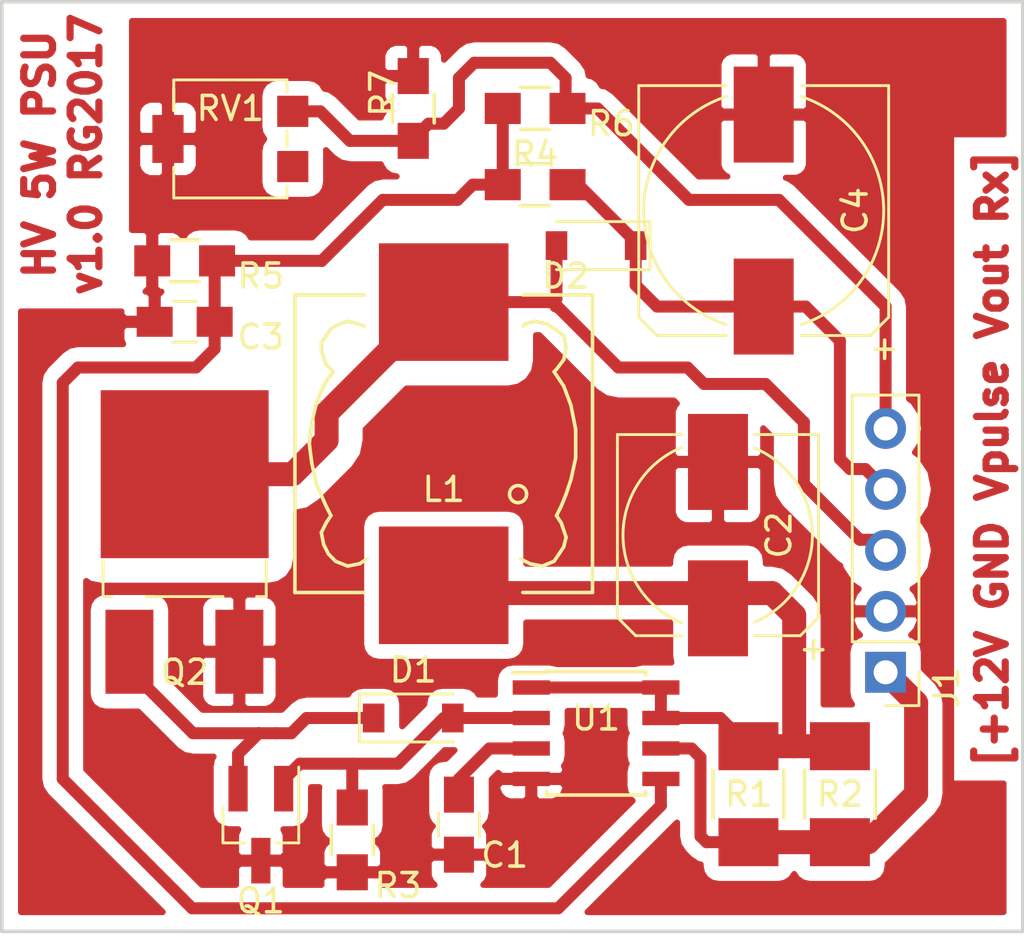
<source format=kicad_pcb>
(kicad_pcb (version 4) (host pcbnew 4.0.4-stable)

  (general
    (links 39)
    (no_connects 2)
    (area 121.209999 54.534999 163.905001 93.420001)
    (thickness 1.6)
    (drawings 7)
    (tracks 116)
    (zones 0)
    (modules 19)
    (nets 12)
  )

  (page A4)
  (layers
    (0 F.Cu signal)
    (31 B.Cu signal)
    (32 B.Adhes user)
    (33 F.Adhes user)
    (34 B.Paste user)
    (35 F.Paste user)
    (36 B.SilkS user)
    (37 F.SilkS user)
    (38 B.Mask user)
    (39 F.Mask user)
    (40 Dwgs.User user)
    (41 Cmts.User user)
    (42 Eco1.User user)
    (43 Eco2.User user)
    (44 Edge.Cuts user)
    (45 Margin user)
    (46 B.CrtYd user)
    (47 F.CrtYd user)
    (48 B.Fab user)
    (49 F.Fab user)
  )

  (setup
    (last_trace_width 0.5)
    (trace_clearance 0.5)
    (zone_clearance 0.6)
    (zone_45_only no)
    (trace_min 0.5)
    (segment_width 0.2)
    (edge_width 0.15)
    (via_size 1)
    (via_drill 0.5)
    (via_min_size 1)
    (via_min_drill 0.5)
    (uvia_size 1)
    (uvia_drill 0.1)
    (uvias_allowed no)
    (uvia_min_size 0.1)
    (uvia_min_drill 0.1)
    (pcb_text_width 0.3)
    (pcb_text_size 1.5 1.5)
    (mod_edge_width 0.15)
    (mod_text_size 1 1)
    (mod_text_width 0.15)
    (pad_size 1.524 1.524)
    (pad_drill 0.762)
    (pad_to_mask_clearance 0.2)
    (aux_axis_origin 0 0)
    (visible_elements 7FFFFFFF)
    (pcbplotparams
      (layerselection 0x00000_00000001)
      (usegerberextensions false)
      (excludeedgelayer false)
      (linewidth 0.100000)
      (plotframeref false)
      (viasonmask false)
      (mode 1)
      (useauxorigin false)
      (hpglpennumber 1)
      (hpglpenspeed 20)
      (hpglpendiameter 15)
      (hpglpenoverlay 2)
      (psnegative true)
      (psa4output false)
      (plotreference true)
      (plotvalue true)
      (plotinvisibletext false)
      (padsonsilk false)
      (subtractmaskfromsilk false)
      (outputformat 5)
      (mirror false)
      (drillshape 0)
      (scaleselection 1)
      (outputdirectory ""))
  )

  (net 0 "")
  (net 1 "Net-(C1-Pad1)")
  (net 2 GND)
  (net 3 "Net-(C2-Pad1)")
  (net 4 "Net-(C3-Pad1)")
  (net 5 /Vout)
  (net 6 "Net-(D1-Pad1)")
  (net 7 "Net-(D1-Pad2)")
  (net 8 /Vpulse)
  (net 9 +12V)
  (net 10 /Rx)
  (net 11 "Net-(RV1-Pad3)")

  (net_class Default "This is the default net class."
    (clearance 0.5)
    (trace_width 0.5)
    (via_dia 1)
    (via_drill 0.5)
    (uvia_dia 1)
    (uvia_drill 0.1)
    (add_net /Rx)
    (add_net GND)
    (add_net "Net-(C1-Pad1)")
    (add_net "Net-(C3-Pad1)")
    (add_net "Net-(D1-Pad1)")
    (add_net "Net-(D1-Pad2)")
    (add_net "Net-(RV1-Pad3)")
  )

  (net_class HV ""
    (clearance 1)
    (trace_width 0.5)
    (via_dia 1)
    (via_drill 0.5)
    (uvia_dia 1)
    (uvia_drill 0.1)
    (add_net /Vout)
    (add_net /Vpulse)
  )

  (net_class Power ""
    (clearance 0.5)
    (trace_width 1)
    (via_dia 1)
    (via_drill 0.5)
    (uvia_dia 1)
    (uvia_drill 0.1)
    (add_net +12V)
    (add_net "Net-(C2-Pad1)")
  )

  (module Potentiometers:Potentiometer_Trimmer_Bourns_3214G (layer F.Cu) (tedit 58826B0B) (tstamp 58A4CF3D)
    (at 130.81 60.325)
    (descr "Spindle Trimmer Potentiometer, Bourns 3214G, https://www.bourns.com/pdfs/3214.pdf")
    (tags "Spindle Trimmer Potentiometer   Bourns 3214G")
    (path /589B94EA)
    (attr smd)
    (fp_text reference RV1 (at 0 -1.27) (layer F.SilkS)
      (effects (font (size 1 1) (thickness 0.15)))
    )
    (fp_text value 100k (at 0 1.27) (layer F.Fab)
      (effects (font (size 1 1) (thickness 0.15)))
    )
    (fp_line (start -2.3 -2.4) (end -2.3 2.4) (layer F.Fab) (width 0.1))
    (fp_line (start -2.3 2.4) (end 2.3 2.4) (layer F.Fab) (width 0.1))
    (fp_line (start 2.3 2.4) (end 2.3 -2.4) (layer F.Fab) (width 0.1))
    (fp_line (start 2.3 -2.4) (end -2.3 -2.4) (layer F.Fab) (width 0.1))
    (fp_line (start -2.3 -2.02) (end -2.3 -0.24) (layer F.Fab) (width 0.1))
    (fp_line (start -2.3 -0.24) (end -2.3 -0.24) (layer F.Fab) (width 0.1))
    (fp_line (start -2.3 -0.24) (end -2.3 -2.02) (layer F.Fab) (width 0.1))
    (fp_line (start -2.3 -2.02) (end -2.3 -2.02) (layer F.Fab) (width 0.1))
    (fp_line (start -2.3 -1.13) (end -2.3 -1.13) (layer F.Fab) (width 0.1))
    (fp_line (start -2.36 -2.46) (end 2.36 -2.46) (layer F.SilkS) (width 0.12))
    (fp_line (start -2.36 2.46) (end 2.36 2.46) (layer F.SilkS) (width 0.12))
    (fp_line (start -2.36 -2.46) (end -2.36 -1.18) (layer F.SilkS) (width 0.12))
    (fp_line (start -2.36 1.18) (end -2.36 2.46) (layer F.SilkS) (width 0.12))
    (fp_line (start 2.36 -2.46) (end 2.36 -1.98) (layer F.SilkS) (width 0.12))
    (fp_line (start 2.36 -0.32) (end 2.36 0.32) (layer F.SilkS) (width 0.12))
    (fp_line (start 2.36 1.98) (end 2.36 2.46) (layer F.SilkS) (width 0.12))
    (fp_line (start -2.36 -2.08) (end -2.36 -2.08) (layer F.SilkS) (width 0.12))
    (fp_line (start -2.36 -2.08) (end -2.36 -1.18) (layer F.SilkS) (width 0.12))
    (fp_line (start -2.36 -2.08) (end -2.36 -1.18) (layer F.SilkS) (width 0.12))
    (fp_line (start -3.53 -2.65) (end -3.53 2.65) (layer F.CrtYd) (width 0.05))
    (fp_line (start -3.53 2.65) (end 3.52 2.65) (layer F.CrtYd) (width 0.05))
    (fp_line (start 3.52 2.65) (end 3.52 -2.65) (layer F.CrtYd) (width 0.05))
    (fp_line (start 3.52 -2.65) (end -3.53 -2.65) (layer F.CrtYd) (width 0.05))
    (pad 1 smd rect (at 2.6 -1.15) (size 1.3 1.3) (layers F.Cu F.Mask)
      (net 10 /Rx))
    (pad 2 smd rect (at -2.6 0) (size 1.3 2) (layers F.Cu F.Mask)
      (net 2 GND))
    (pad 3 smd rect (at 2.6 1.15) (size 1.3 1.3) (layers F.Cu F.Mask)
      (net 11 "Net-(RV1-Pad3)"))
    (model Potentiometers.3dshapes/Potentiometer_Trimmer_Bourns_3214G.wrl
      (at (xyz 0.03 0 0))
      (scale (xyz 0.39 0.39 0.39))
      (rotate (xyz 0 0 0))
    )
  )

  (module Capacitors_SMD:C_0805_HandSoldering (layer F.Cu) (tedit 541A9B8D) (tstamp 58A4CED1)
    (at 140.335 88.9 270)
    (descr "Capacitor SMD 0805, hand soldering")
    (tags "capacitor 0805")
    (path /589B5B05)
    (attr smd)
    (fp_text reference C1 (at 1.27 -1.905 360) (layer F.SilkS)
      (effects (font (size 1 1) (thickness 0.15)))
    )
    (fp_text value 680p (at 2.54 -2.54 540) (layer F.Fab)
      (effects (font (size 1 1) (thickness 0.15)))
    )
    (fp_line (start -1 0.625) (end -1 -0.625) (layer F.Fab) (width 0.1))
    (fp_line (start 1 0.625) (end -1 0.625) (layer F.Fab) (width 0.1))
    (fp_line (start 1 -0.625) (end 1 0.625) (layer F.Fab) (width 0.1))
    (fp_line (start -1 -0.625) (end 1 -0.625) (layer F.Fab) (width 0.1))
    (fp_line (start -2.3 -1) (end 2.3 -1) (layer F.CrtYd) (width 0.05))
    (fp_line (start -2.3 1) (end 2.3 1) (layer F.CrtYd) (width 0.05))
    (fp_line (start -2.3 -1) (end -2.3 1) (layer F.CrtYd) (width 0.05))
    (fp_line (start 2.3 -1) (end 2.3 1) (layer F.CrtYd) (width 0.05))
    (fp_line (start 0.5 -0.85) (end -0.5 -0.85) (layer F.SilkS) (width 0.12))
    (fp_line (start -0.5 0.85) (end 0.5 0.85) (layer F.SilkS) (width 0.12))
    (pad 1 smd rect (at -1.25 0 270) (size 1.5 1.25) (layers F.Cu F.Paste F.Mask)
      (net 1 "Net-(C1-Pad1)"))
    (pad 2 smd rect (at 1.25 0 270) (size 1.5 1.25) (layers F.Cu F.Paste F.Mask)
      (net 2 GND))
    (model Capacitors_SMD.3dshapes/C_0805_HandSoldering.wrl
      (at (xyz 0 0 0))
      (scale (xyz 1 1 1))
      (rotate (xyz 0 0 0))
    )
  )

  (module Capacitors_SMD:CP_Elec_8x10.5 (layer F.Cu) (tedit 58A4D0EB) (tstamp 58A4CED7)
    (at 151.13 76.835 90)
    (descr "SMT capacitor, aluminium electrolytic, 8x10.5")
    (path /589B5F31)
    (attr smd)
    (fp_text reference C2 (at 0 2.54 90) (layer F.SilkS)
      (effects (font (size 1 1) (thickness 0.15)))
    )
    (fp_text value 220u (at 0 0 180) (layer F.Fab)
      (effects (font (size 1 1) (thickness 0.15)))
    )
    (fp_line (start 4.0386 4.0386) (end 4.0386 -4.0386) (layer F.Fab) (width 0.1))
    (fp_line (start -3.3655 4.0386) (end 4.0386 4.0386) (layer F.Fab) (width 0.1))
    (fp_line (start -4.0386 3.3655) (end -3.3655 4.0386) (layer F.Fab) (width 0.1))
    (fp_line (start -4.0386 -3.3655) (end -4.0386 3.3655) (layer F.Fab) (width 0.1))
    (fp_line (start -3.3655 -4.0386) (end -4.0386 -3.3655) (layer F.Fab) (width 0.1))
    (fp_line (start 4.0386 -4.0386) (end -3.3655 -4.0386) (layer F.Fab) (width 0.1))
    (fp_text user + (at -2.2733 -0.0762 90) (layer F.Fab)
      (effects (font (size 1 1) (thickness 0.15)))
    )
    (fp_arc (start 0 0) (end 3.6322 1.5113) (angle 134.8591484) (layer F.SilkS) (width 0.12))
    (fp_arc (start 0 0) (end -3.6576 -1.5113) (angle 135.1294305) (layer F.SilkS) (width 0.12))
    (fp_line (start -4.191 3.429) (end -4.191 1.5113) (layer F.SilkS) (width 0.12))
    (fp_line (start -4.191 -3.429) (end -4.191 -1.5113) (layer F.SilkS) (width 0.12))
    (fp_line (start 4.191 4.191) (end 4.191 1.5113) (layer F.SilkS) (width 0.12))
    (fp_line (start 4.191 -4.191) (end 4.191 -1.5113) (layer F.SilkS) (width 0.12))
    (fp_text user + (at -4.7752 3.9116 90) (layer F.SilkS)
      (effects (font (size 1 1) (thickness 0.15)))
    )
    (fp_line (start 5.35 -4.55) (end -5.35 -4.55) (layer F.CrtYd) (width 0.05))
    (fp_line (start -5.35 -4.55) (end -5.35 4.55) (layer F.CrtYd) (width 0.05))
    (fp_line (start -5.35 4.55) (end 5.35 4.55) (layer F.CrtYd) (width 0.05))
    (fp_line (start 5.35 4.55) (end 5.35 -4.55) (layer F.CrtYd) (width 0.05))
    (fp_line (start 4.191 4.191) (end -3.429 4.191) (layer F.SilkS) (width 0.12))
    (fp_line (start -3.429 4.191) (end -4.191 3.429) (layer F.SilkS) (width 0.12))
    (fp_line (start -4.191 -3.429) (end -3.429 -4.191) (layer F.SilkS) (width 0.12))
    (fp_line (start -3.429 -4.191) (end 4.191 -4.191) (layer F.SilkS) (width 0.12))
    (pad 1 smd rect (at -3.05 0 270) (size 4 2.5) (layers F.Cu F.Paste F.Mask)
      (net 3 "Net-(C2-Pad1)"))
    (pad 2 smd rect (at 3.05 0 270) (size 4 2.5) (layers F.Cu F.Paste F.Mask)
      (net 2 GND))
    (model Capacitors_SMD.3dshapes/CP_Elec_8x10.5.wrl
      (at (xyz 0 0 0))
      (scale (xyz 1 1 1))
      (rotate (xyz 0 0 180))
    )
  )

  (module Capacitors_SMD:C_0805_HandSoldering (layer F.Cu) (tedit 541A9B8D) (tstamp 58A4CEDD)
    (at 128.905 67.945 180)
    (descr "Capacitor SMD 0805, hand soldering")
    (tags "capacitor 0805")
    (path /589B7B2D)
    (attr smd)
    (fp_text reference C3 (at -3.175 -0.635 180) (layer F.SilkS)
      (effects (font (size 1 1) (thickness 0.15)))
    )
    (fp_text value 0.01u (at 0 -1.905 180) (layer F.Fab)
      (effects (font (size 1 1) (thickness 0.15)))
    )
    (fp_line (start -1 0.625) (end -1 -0.625) (layer F.Fab) (width 0.1))
    (fp_line (start 1 0.625) (end -1 0.625) (layer F.Fab) (width 0.1))
    (fp_line (start 1 -0.625) (end 1 0.625) (layer F.Fab) (width 0.1))
    (fp_line (start -1 -0.625) (end 1 -0.625) (layer F.Fab) (width 0.1))
    (fp_line (start -2.3 -1) (end 2.3 -1) (layer F.CrtYd) (width 0.05))
    (fp_line (start -2.3 1) (end 2.3 1) (layer F.CrtYd) (width 0.05))
    (fp_line (start -2.3 -1) (end -2.3 1) (layer F.CrtYd) (width 0.05))
    (fp_line (start 2.3 -1) (end 2.3 1) (layer F.CrtYd) (width 0.05))
    (fp_line (start 0.5 -0.85) (end -0.5 -0.85) (layer F.SilkS) (width 0.12))
    (fp_line (start -0.5 0.85) (end 0.5 0.85) (layer F.SilkS) (width 0.12))
    (pad 1 smd rect (at -1.25 0 180) (size 1.5 1.25) (layers F.Cu F.Paste F.Mask)
      (net 4 "Net-(C3-Pad1)"))
    (pad 2 smd rect (at 1.25 0 180) (size 1.5 1.25) (layers F.Cu F.Paste F.Mask)
      (net 2 GND))
    (model Capacitors_SMD.3dshapes/C_0805_HandSoldering.wrl
      (at (xyz 0 0 0))
      (scale (xyz 1 1 1))
      (rotate (xyz 0 0 0))
    )
  )

  (module Capacitors_SMD:CP_Elec_10x10.5 (layer F.Cu) (tedit 57FA4AE4) (tstamp 58A4CEE3)
    (at 153.035 63.31 90)
    (descr "SMT capacitor, aluminium electrolytic, 10x10.5")
    (path /589B8036)
    (attr smd)
    (fp_text reference C4 (at 0 3.81 90) (layer F.SilkS)
      (effects (font (size 1 1) (thickness 0.15)))
    )
    (fp_text value 2.2u (at -0.19 -0.635 180) (layer F.Fab)
      (effects (font (size 1 1) (thickness 0.15)))
    )
    (fp_line (start -5.207 -4.445) (end -5.207 -1.5621) (layer F.SilkS) (width 0.12))
    (fp_line (start -5.207 4.445) (end -5.207 1.5621) (layer F.SilkS) (width 0.12))
    (fp_line (start 5.207 5.207) (end 5.207 1.5621) (layer F.SilkS) (width 0.12))
    (fp_line (start 5.207 -5.207) (end 5.207 -1.5621) (layer F.SilkS) (width 0.12))
    (fp_arc (start 0 0) (end 4.7498 1.5621) (angle 143.5903069) (layer F.SilkS) (width 0.12))
    (fp_arc (start 0 0) (end -4.7498 -1.5621) (angle 143.5903069) (layer F.SilkS) (width 0.12))
    (fp_line (start 5.0546 5.0546) (end 5.0546 -5.0546) (layer F.Fab) (width 0.1))
    (fp_line (start -4.3815 5.0546) (end 5.0546 5.0546) (layer F.Fab) (width 0.1))
    (fp_line (start -5.0546 4.3815) (end -4.3815 5.0546) (layer F.Fab) (width 0.1))
    (fp_line (start -5.0546 -4.3815) (end -5.0546 4.3815) (layer F.Fab) (width 0.1))
    (fp_line (start -4.3815 -5.0546) (end -5.0546 -4.3815) (layer F.Fab) (width 0.1))
    (fp_line (start 5.0546 -5.0546) (end -4.3815 -5.0546) (layer F.Fab) (width 0.1))
    (fp_text user + (at -2.9083 -0.0762 90) (layer F.Fab)
      (effects (font (size 1 1) (thickness 0.15)))
    )
    (fp_text user + (at -5.7785 4.9657 90) (layer F.SilkS)
      (effects (font (size 1 1) (thickness 0.15)))
    )
    (fp_line (start 6.35 -5.6) (end -6.35 -5.6) (layer F.CrtYd) (width 0.05))
    (fp_line (start -6.35 -5.6) (end -6.35 5.6) (layer F.CrtYd) (width 0.05))
    (fp_line (start -6.35 5.6) (end 6.35 5.6) (layer F.CrtYd) (width 0.05))
    (fp_line (start 6.35 5.6) (end 6.35 -5.6) (layer F.CrtYd) (width 0.05))
    (fp_line (start 5.207 5.207) (end -4.445 5.207) (layer F.SilkS) (width 0.12))
    (fp_line (start -4.445 5.207) (end -5.207 4.445) (layer F.SilkS) (width 0.12))
    (fp_line (start -5.207 -4.445) (end -4.445 -5.207) (layer F.SilkS) (width 0.12))
    (fp_line (start -4.445 -5.207) (end 5.207 -5.207) (layer F.SilkS) (width 0.12))
    (pad 1 smd rect (at -4 0 270) (size 4 2.5) (layers F.Cu F.Paste F.Mask)
      (net 5 /Vout))
    (pad 2 smd rect (at 4 0 270) (size 4 2.5) (layers F.Cu F.Paste F.Mask)
      (net 2 GND))
    (model Capacitors_SMD.3dshapes/CP_Elec_10x10.5.wrl
      (at (xyz 0 0 0))
      (scale (xyz 1 1 1))
      (rotate (xyz 0 0 180))
    )
  )

  (module Diodes_SMD:D_SOD-123 (layer F.Cu) (tedit 58645DC7) (tstamp 58A4CEE9)
    (at 138.43 84.455)
    (descr SOD-123)
    (tags SOD-123)
    (path /589B6396)
    (attr smd)
    (fp_text reference D1 (at 0 -2) (layer F.SilkS)
      (effects (font (size 1 1) (thickness 0.15)))
    )
    (fp_text value 1N914 (at 0 1.905) (layer F.Fab)
      (effects (font (size 1 1) (thickness 0.15)))
    )
    (fp_line (start -2.25 -1) (end -2.25 1) (layer F.SilkS) (width 0.12))
    (fp_line (start 0.25 0) (end 0.75 0) (layer F.Fab) (width 0.1))
    (fp_line (start 0.25 0.4) (end -0.35 0) (layer F.Fab) (width 0.1))
    (fp_line (start 0.25 -0.4) (end 0.25 0.4) (layer F.Fab) (width 0.1))
    (fp_line (start -0.35 0) (end 0.25 -0.4) (layer F.Fab) (width 0.1))
    (fp_line (start -0.35 0) (end -0.35 0.55) (layer F.Fab) (width 0.1))
    (fp_line (start -0.35 0) (end -0.35 -0.55) (layer F.Fab) (width 0.1))
    (fp_line (start -0.75 0) (end -0.35 0) (layer F.Fab) (width 0.1))
    (fp_line (start -1.4 0.9) (end -1.4 -0.9) (layer F.Fab) (width 0.1))
    (fp_line (start 1.4 0.9) (end -1.4 0.9) (layer F.Fab) (width 0.1))
    (fp_line (start 1.4 -0.9) (end 1.4 0.9) (layer F.Fab) (width 0.1))
    (fp_line (start -1.4 -0.9) (end 1.4 -0.9) (layer F.Fab) (width 0.1))
    (fp_line (start -2.35 -1.15) (end 2.35 -1.15) (layer F.CrtYd) (width 0.05))
    (fp_line (start 2.35 -1.15) (end 2.35 1.15) (layer F.CrtYd) (width 0.05))
    (fp_line (start 2.35 1.15) (end -2.35 1.15) (layer F.CrtYd) (width 0.05))
    (fp_line (start -2.35 -1.15) (end -2.35 1.15) (layer F.CrtYd) (width 0.05))
    (fp_line (start -2.25 1) (end 1.65 1) (layer F.SilkS) (width 0.12))
    (fp_line (start -2.25 -1) (end 1.65 -1) (layer F.SilkS) (width 0.12))
    (pad 1 smd rect (at -1.65 0) (size 0.9 1.2) (layers F.Cu F.Paste F.Mask)
      (net 6 "Net-(D1-Pad1)"))
    (pad 2 smd rect (at 1.65 0) (size 0.9 1.2) (layers F.Cu F.Paste F.Mask)
      (net 7 "Net-(D1-Pad2)"))
    (model ${KISYS3DMOD}/Diodes_SMD.3dshapes/D_SOD-123.wrl
      (at (xyz 0 0 0))
      (scale (xyz 1 1 1))
      (rotate (xyz 0 0 0))
    )
  )

  (module Pin_Headers:Pin_Header_Straight_1x05_Pitch2.54mm (layer F.Cu) (tedit 5862ED52) (tstamp 58A4CEF8)
    (at 158.115 82.55 180)
    (descr "Through hole straight pin header, 1x05, 2.54mm pitch, single row")
    (tags "Through hole pin header THT 1x05 2.54mm single row")
    (path /58A0E018)
    (fp_text reference J1 (at -2.54 -0.635 270) (layer F.SilkS)
      (effects (font (size 1 1) (thickness 0.15)))
    )
    (fp_text value CONN_01X05 (at -2.54 5.715 270) (layer F.Fab)
      (effects (font (size 1 1) (thickness 0.15)))
    )
    (fp_line (start -1.27 -1.27) (end -1.27 11.43) (layer F.Fab) (width 0.1))
    (fp_line (start -1.27 11.43) (end 1.27 11.43) (layer F.Fab) (width 0.1))
    (fp_line (start 1.27 11.43) (end 1.27 -1.27) (layer F.Fab) (width 0.1))
    (fp_line (start 1.27 -1.27) (end -1.27 -1.27) (layer F.Fab) (width 0.1))
    (fp_line (start -1.39 1.27) (end -1.39 11.55) (layer F.SilkS) (width 0.12))
    (fp_line (start -1.39 11.55) (end 1.39 11.55) (layer F.SilkS) (width 0.12))
    (fp_line (start 1.39 11.55) (end 1.39 1.27) (layer F.SilkS) (width 0.12))
    (fp_line (start 1.39 1.27) (end -1.39 1.27) (layer F.SilkS) (width 0.12))
    (fp_line (start -1.39 0) (end -1.39 -1.39) (layer F.SilkS) (width 0.12))
    (fp_line (start -1.39 -1.39) (end 0 -1.39) (layer F.SilkS) (width 0.12))
    (fp_line (start -1.6 -1.6) (end -1.6 11.7) (layer F.CrtYd) (width 0.05))
    (fp_line (start -1.6 11.7) (end 1.6 11.7) (layer F.CrtYd) (width 0.05))
    (fp_line (start 1.6 11.7) (end 1.6 -1.6) (layer F.CrtYd) (width 0.05))
    (fp_line (start 1.6 -1.6) (end -1.6 -1.6) (layer F.CrtYd) (width 0.05))
    (pad 1 thru_hole rect (at 0 0 180) (size 1.7 1.7) (drill 1) (layers *.Cu *.Mask)
      (net 9 +12V))
    (pad 2 thru_hole oval (at 0 2.54 180) (size 1.7 1.7) (drill 1) (layers *.Cu *.Mask)
      (net 2 GND))
    (pad 3 thru_hole oval (at 0 5.08 180) (size 1.7 1.7) (drill 1) (layers *.Cu *.Mask)
      (net 8 /Vpulse))
    (pad 4 thru_hole oval (at 0 7.62 180) (size 1.7 1.7) (drill 1) (layers *.Cu *.Mask)
      (net 5 /Vout))
    (pad 5 thru_hole oval (at 0 10.16 180) (size 1.7 1.7) (drill 1) (layers *.Cu *.Mask)
      (net 10 /Rx))
    (model Pin_Headers.3dshapes/Pin_Header_Straight_1x05_Pitch2.54mm.wrl
      (at (xyz 0 -0.2 0))
      (scale (xyz 1 1 1))
      (rotate (xyz 0 0 90))
    )
  )

  (module Choke_SMD:Choke_SMD_Wuerth-WE-PD-Typ-LS_Handsoldering (layer F.Cu) (tedit 58A4D0F0) (tstamp 58A4CEFE)
    (at 139.7 73.025 90)
    (descr "Choke, Drossel, WE-PD Typ LS, Wuerth, SMD, Handsoldering,")
    (tags "Choke, Drossel, WE-PD Typ LS, Wuerth, SMD, Handsoldering,")
    (path /589B609D)
    (attr smd)
    (fp_text reference L1 (at -1.905 0 180) (layer F.SilkS)
      (effects (font (size 1 1) (thickness 0.15)))
    )
    (fp_text value 150u (at 1.905 0 180) (layer F.Fab)
      (effects (font (size 1 1) (thickness 0.15)))
    )
    (fp_circle (center 0 0) (end 0.8 0) (layer F.Adhes) (width 0.3048))
    (fp_circle (center 0 0) (end 0.6 0) (layer F.Adhes) (width 0.3048))
    (fp_circle (center 0 0) (end 0.3 0) (layer F.Adhes) (width 0.3048))
    (fp_circle (center 0 0) (end 0.1 0) (layer F.Adhes) (width 0.3048))
    (fp_circle (center -2.10058 3.0988) (end -1.84912 3.35026) (layer F.SilkS) (width 0.15))
    (fp_line (start 4.89966 3.29946) (end 5.00126 3.40106) (layer F.SilkS) (width 0.15))
    (fp_line (start 5.00126 3.40106) (end 5.10032 3.79984) (layer F.SilkS) (width 0.15))
    (fp_line (start 5.10032 3.79984) (end 5.00126 4.30022) (layer F.SilkS) (width 0.15))
    (fp_line (start 5.00126 4.30022) (end 4.8006 4.59994) (layer F.SilkS) (width 0.15))
    (fp_line (start 4.8006 4.59994) (end 4.50088 5.00126) (layer F.SilkS) (width 0.15))
    (fp_line (start 4.50088 5.00126) (end 4.0005 5.10032) (layer F.SilkS) (width 0.15))
    (fp_line (start 4.0005 5.10032) (end 3.50012 5.00126) (layer F.SilkS) (width 0.15))
    (fp_line (start 3.50012 5.00126) (end 3.0988 4.699) (layer F.SilkS) (width 0.15))
    (fp_line (start 3.0988 4.699) (end 2.99974 4.59994) (layer F.SilkS) (width 0.15))
    (fp_line (start 2.99974 4.59994) (end 2.4003 5.00126) (layer F.SilkS) (width 0.15))
    (fp_line (start 2.4003 5.00126) (end 1.6002 5.30098) (layer F.SilkS) (width 0.15))
    (fp_line (start 1.6002 5.30098) (end 0.59944 5.4991) (layer F.SilkS) (width 0.15))
    (fp_line (start 0.59944 5.4991) (end -0.59944 5.4991) (layer F.SilkS) (width 0.15))
    (fp_line (start -0.59944 5.4991) (end -1.50114 5.30098) (layer F.SilkS) (width 0.15))
    (fp_line (start -1.50114 5.30098) (end -2.10058 5.10032) (layer F.SilkS) (width 0.15))
    (fp_line (start -2.10058 5.10032) (end -2.60096 4.89966) (layer F.SilkS) (width 0.15))
    (fp_line (start -2.60096 4.89966) (end -2.99974 4.699) (layer F.SilkS) (width 0.15))
    (fp_line (start -2.99974 4.699) (end -3.29946 4.89966) (layer F.SilkS) (width 0.15))
    (fp_line (start -3.29946 4.89966) (end -3.8989 5.10032) (layer F.SilkS) (width 0.15))
    (fp_line (start -3.8989 5.10032) (end -4.30022 5.00126) (layer F.SilkS) (width 0.15))
    (fp_line (start -4.30022 5.00126) (end -4.59994 4.8006) (layer F.SilkS) (width 0.15))
    (fp_line (start -4.59994 4.8006) (end -4.89966 4.59994) (layer F.SilkS) (width 0.15))
    (fp_line (start -4.89966 4.59994) (end -5.10032 4.09956) (layer F.SilkS) (width 0.15))
    (fp_line (start -5.10032 4.09956) (end -5.00126 3.59918) (layer F.SilkS) (width 0.15))
    (fp_line (start -5.00126 3.59918) (end -4.8006 3.2004) (layer F.SilkS) (width 0.15))
    (fp_line (start 4.89966 -3.29946) (end 5.00126 -3.59918) (layer F.SilkS) (width 0.15))
    (fp_line (start 5.00126 -3.59918) (end 5.10032 -4.0005) (layer F.SilkS) (width 0.15))
    (fp_line (start 5.10032 -4.0005) (end 5.00126 -4.30022) (layer F.SilkS) (width 0.15))
    (fp_line (start 5.00126 -4.30022) (end 4.8006 -4.699) (layer F.SilkS) (width 0.15))
    (fp_line (start 4.8006 -4.699) (end 4.50088 -4.89966) (layer F.SilkS) (width 0.15))
    (fp_line (start 4.50088 -4.89966) (end 4.20116 -5.10032) (layer F.SilkS) (width 0.15))
    (fp_line (start 4.20116 -5.10032) (end 3.8989 -5.10032) (layer F.SilkS) (width 0.15))
    (fp_line (start 3.8989 -5.10032) (end 3.59918 -5.00126) (layer F.SilkS) (width 0.15))
    (fp_line (start 3.59918 -5.00126) (end 3.29946 -4.89966) (layer F.SilkS) (width 0.15))
    (fp_line (start 3.29946 -4.89966) (end 2.99974 -4.59994) (layer F.SilkS) (width 0.15))
    (fp_line (start 2.99974 -4.59994) (end 2.60096 -4.89966) (layer F.SilkS) (width 0.15))
    (fp_line (start 2.60096 -4.89966) (end 2.19964 -5.10032) (layer F.SilkS) (width 0.15))
    (fp_line (start 2.19964 -5.10032) (end 1.69926 -5.30098) (layer F.SilkS) (width 0.15))
    (fp_line (start 1.69926 -5.30098) (end 0.89916 -5.4991) (layer F.SilkS) (width 0.15))
    (fp_line (start 0.89916 -5.4991) (end 0 -5.6007) (layer F.SilkS) (width 0.15))
    (fp_line (start 0 -5.6007) (end -0.8001 -5.4991) (layer F.SilkS) (width 0.15))
    (fp_line (start -0.8001 -5.4991) (end -1.69926 -5.30098) (layer F.SilkS) (width 0.15))
    (fp_line (start -1.69926 -5.30098) (end -2.60096 -4.89966) (layer F.SilkS) (width 0.15))
    (fp_line (start -2.60096 -4.89966) (end -2.99974 -4.699) (layer F.SilkS) (width 0.15))
    (fp_line (start -2.99974 -4.699) (end -3.29946 -4.89966) (layer F.SilkS) (width 0.15))
    (fp_line (start -3.29946 -4.89966) (end -3.70078 -5.10032) (layer F.SilkS) (width 0.15))
    (fp_line (start -3.70078 -5.10032) (end -4.20116 -5.00126) (layer F.SilkS) (width 0.15))
    (fp_line (start -4.20116 -5.00126) (end -4.59994 -4.8006) (layer F.SilkS) (width 0.15))
    (fp_line (start -4.59994 -4.8006) (end -4.89966 -4.50088) (layer F.SilkS) (width 0.15))
    (fp_line (start -4.89966 -4.50088) (end -5.10032 -4.0005) (layer F.SilkS) (width 0.15))
    (fp_line (start -5.10032 -4.0005) (end -5.00126 -3.50012) (layer F.SilkS) (width 0.15))
    (fp_line (start -5.00126 -3.50012) (end -4.8006 -3.2004) (layer F.SilkS) (width 0.15))
    (fp_line (start -6.20014 3.29946) (end -6.20014 6.20014) (layer F.SilkS) (width 0.15))
    (fp_line (start -6.20014 6.20014) (end 6.20014 6.20014) (layer F.SilkS) (width 0.15))
    (fp_line (start 6.20014 6.20014) (end 6.20014 3.29946) (layer F.SilkS) (width 0.15))
    (fp_line (start 6.20014 -6.20014) (end -6.20014 -6.20014) (layer F.SilkS) (width 0.15))
    (fp_line (start -6.20014 -6.20014) (end -6.20014 -3.29946) (layer F.SilkS) (width 0.15))
    (fp_line (start 6.20014 -6.20014) (end 6.20014 -3.29946) (layer F.SilkS) (width 0.15))
    (pad 1 smd rect (at -5.90042 0 90) (size 4.89966 5.40004) (layers F.Cu F.Paste F.Mask)
      (net 3 "Net-(C2-Pad1)"))
    (pad 2 smd rect (at 5.90042 0 90) (size 4.89966 5.40004) (layers F.Cu F.Paste F.Mask)
      (net 8 /Vpulse))
  )

  (module TO_SOT_Packages_SMD:SOT-23_Handsoldering (layer F.Cu) (tedit 583F3954) (tstamp 58A4CF05)
    (at 132.08 88.9 270)
    (descr "SOT-23, Handsoldering")
    (tags SOT-23)
    (path /58A4D57B)
    (attr smd)
    (fp_text reference Q1 (at 3.175 0 360) (layer F.SilkS)
      (effects (font (size 1 1) (thickness 0.15)))
    )
    (fp_text value MPSA55 (at 0 2.5 270) (layer F.Fab)
      (effects (font (size 1 1) (thickness 0.15)))
    )
    (fp_line (start 0.76 1.58) (end 0.76 0.65) (layer F.SilkS) (width 0.12))
    (fp_line (start 0.76 -1.58) (end 0.76 -0.65) (layer F.SilkS) (width 0.12))
    (fp_line (start -2.7 -1.75) (end 2.7 -1.75) (layer F.CrtYd) (width 0.05))
    (fp_line (start 2.7 -1.75) (end 2.7 1.75) (layer F.CrtYd) (width 0.05))
    (fp_line (start 2.7 1.75) (end -2.7 1.75) (layer F.CrtYd) (width 0.05))
    (fp_line (start -2.7 1.75) (end -2.7 -1.75) (layer F.CrtYd) (width 0.05))
    (fp_line (start 0.76 -1.58) (end -2.4 -1.58) (layer F.SilkS) (width 0.12))
    (fp_line (start -0.7 -0.95) (end -0.7 1.5) (layer F.Fab) (width 0.1))
    (fp_line (start -0.15 -1.52) (end 0.7 -1.52) (layer F.Fab) (width 0.1))
    (fp_line (start -0.7 -0.95) (end -0.15 -1.52) (layer F.Fab) (width 0.1))
    (fp_line (start 0.7 -1.52) (end 0.7 1.52) (layer F.Fab) (width 0.1))
    (fp_line (start -0.7 1.52) (end 0.7 1.52) (layer F.Fab) (width 0.1))
    (fp_line (start 0.76 1.58) (end -0.7 1.58) (layer F.SilkS) (width 0.12))
    (pad 1 smd rect (at -1.5 -0.95 270) (size 1.9 0.8) (layers F.Cu F.Paste F.Mask)
      (net 7 "Net-(D1-Pad2)"))
    (pad 2 smd rect (at -1.5 0.95 270) (size 1.9 0.8) (layers F.Cu F.Paste F.Mask)
      (net 6 "Net-(D1-Pad1)"))
    (pad 3 smd rect (at 1.5 0 270) (size 1.9 0.8) (layers F.Cu F.Paste F.Mask)
      (net 2 GND))
    (model TO_SOT_Packages_SMD.3dshapes\SOT-23_Handsoldering.wrl
      (at (xyz 0 0 0))
      (scale (xyz 1 1 1))
      (rotate (xyz 0 0 90))
    )
  )

  (module TO_SOT_Packages_SMD:TO-252-2Lead (layer F.Cu) (tedit 58879E1B) (tstamp 58A4CF0C)
    (at 128.895 77.995 90)
    (descr TO-252-2Lead)
    (path /58A159D5)
    (attr smd)
    (fp_text reference Q2 (at -4.555 0.01 180) (layer F.SilkS)
      (effects (font (size 1 1) (thickness 0.15)))
    )
    (fp_text value IRF630 (at -0.745 0.01 180) (layer F.Fab)
      (effects (font (size 1 1) (thickness 0.15)))
    )
    (fp_line (start -1.4 -3.04) (end -1.4 -3.39) (layer F.SilkS) (width 0.12))
    (fp_line (start -1.4 -3.39) (end 0.1 -3.39) (layer F.SilkS) (width 0.12))
    (fp_line (start -1.4 1.61) (end -1.4 -1.59) (layer F.SilkS) (width 0.12))
    (fp_line (start 0.1 3.41) (end -1.4 3.41) (layer F.SilkS) (width 0.12))
    (fp_line (start -1.4 3.41) (end -1.4 3.01) (layer F.SilkS) (width 0.12))
    (fp_line (start 4.68 -2.7) (end 5.88 -2.7) (layer F.Fab) (width 0.1))
    (fp_line (start 5.88 -2.7) (end 5.88 2.72) (layer F.Fab) (width 0.1))
    (fp_line (start 5.88 2.72) (end 4.67 2.72) (layer F.Fab) (width 0.1))
    (fp_line (start -1.32 1.74) (end -4.23 1.74) (layer F.Fab) (width 0.1))
    (fp_line (start -4.23 2.88) (end -1.32 2.88) (layer F.Fab) (width 0.1))
    (fp_line (start -4.23 1.74) (end -4.23 2.88) (layer F.Fab) (width 0.1))
    (fp_line (start -4.23 -2.86) (end -4.23 -1.72) (layer F.Fab) (width 0.1))
    (fp_line (start -4.23 -1.72) (end -1.32 -1.72) (layer F.Fab) (width 0.1))
    (fp_line (start -1.32 -2.86) (end -4.23 -2.86) (layer F.Fab) (width 0.1))
    (fp_line (start -1.32 3.36) (end 4.67 3.36) (layer F.Fab) (width 0.1))
    (fp_line (start 4.67 3.36) (end 4.67 -3.34) (layer F.Fab) (width 0.1))
    (fp_line (start 4.67 -3.34) (end -1.32 -3.34) (layer F.Fab) (width 0.1))
    (fp_line (start -1.32 3.36) (end -1.32 -3.34) (layer F.Fab) (width 0.1))
    (fp_line (start 7.45 -3.74) (end 7.45 3.76) (layer F.CrtYd) (width 0.05))
    (fp_line (start 7.45 -3.74) (end -5.7 -3.74) (layer F.CrtYd) (width 0.05))
    (fp_line (start -5.7 3.76) (end 7.45 3.76) (layer F.CrtYd) (width 0.05))
    (fp_line (start -5.7 3.76) (end -5.7 -3.74) (layer F.CrtYd) (width 0.05))
    (pad 1 smd rect (at -3.7 -2.29) (size 2 3.5) (layers F.Cu F.Paste F.Mask)
      (net 6 "Net-(D1-Pad1)"))
    (pad 3 smd rect (at -3.7 2.29) (size 2 3.5) (layers F.Cu F.Paste F.Mask)
      (net 2 GND))
    (pad 2 smd rect (at 3.7 0.01) (size 7 7) (layers F.Cu F.Paste F.Mask)
      (net 8 /Vpulse))
    (model TO_SOT_Packages_SMD.3dshapes\TO-252-2Lead.wrl
      (at (xyz -0.1377952755905512 0 0))
      (scale (xyz 1 1 1))
      (rotate (xyz 0 0 90))
    )
  )

  (module Resistors_SMD:R_1210_HandSoldering (layer F.Cu) (tedit 58307C8D) (tstamp 58A4CF12)
    (at 152.4 87.63 270)
    (descr "Resistor SMD 1210, hand soldering")
    (tags "resistor 1210")
    (path /589B5BBF)
    (attr smd)
    (fp_text reference R1 (at 0 0 360) (layer F.SilkS)
      (effects (font (size 1 1) (thickness 0.15)))
    )
    (fp_text value 0.5R (at 4.445 0 360) (layer F.Fab)
      (effects (font (size 1 1) (thickness 0.15)))
    )
    (fp_line (start -1.6 1.25) (end -1.6 -1.25) (layer F.Fab) (width 0.1))
    (fp_line (start 1.6 1.25) (end -1.6 1.25) (layer F.Fab) (width 0.1))
    (fp_line (start 1.6 -1.25) (end 1.6 1.25) (layer F.Fab) (width 0.1))
    (fp_line (start -1.6 -1.25) (end 1.6 -1.25) (layer F.Fab) (width 0.1))
    (fp_line (start -3.3 -1.6) (end 3.3 -1.6) (layer F.CrtYd) (width 0.05))
    (fp_line (start -3.3 1.6) (end 3.3 1.6) (layer F.CrtYd) (width 0.05))
    (fp_line (start -3.3 -1.6) (end -3.3 1.6) (layer F.CrtYd) (width 0.05))
    (fp_line (start 3.3 -1.6) (end 3.3 1.6) (layer F.CrtYd) (width 0.05))
    (fp_line (start 1 1.475) (end -1 1.475) (layer F.SilkS) (width 0.15))
    (fp_line (start -1 -1.475) (end 1 -1.475) (layer F.SilkS) (width 0.15))
    (pad 1 smd rect (at -2 0 270) (size 2 2.5) (layers F.Cu F.Paste F.Mask)
      (net 3 "Net-(C2-Pad1)"))
    (pad 2 smd rect (at 2 0 270) (size 2 2.5) (layers F.Cu F.Paste F.Mask)
      (net 9 +12V))
    (model Resistors_SMD.3dshapes/R_1210_HandSoldering.wrl
      (at (xyz 0 0 0))
      (scale (xyz 1 1 1))
      (rotate (xyz 0 0 0))
    )
  )

  (module Resistors_SMD:R_1210_HandSoldering (layer F.Cu) (tedit 58307C8D) (tstamp 58A4CF18)
    (at 156.21 87.63 270)
    (descr "Resistor SMD 1210, hand soldering")
    (tags "resistor 1210")
    (path /589B5B69)
    (attr smd)
    (fp_text reference R2 (at 0 0 360) (layer F.SilkS)
      (effects (font (size 1 1) (thickness 0.15)))
    )
    (fp_text value 0.5R (at 4.445 0 360) (layer F.Fab)
      (effects (font (size 1 1) (thickness 0.15)))
    )
    (fp_line (start -1.6 1.25) (end -1.6 -1.25) (layer F.Fab) (width 0.1))
    (fp_line (start 1.6 1.25) (end -1.6 1.25) (layer F.Fab) (width 0.1))
    (fp_line (start 1.6 -1.25) (end 1.6 1.25) (layer F.Fab) (width 0.1))
    (fp_line (start -1.6 -1.25) (end 1.6 -1.25) (layer F.Fab) (width 0.1))
    (fp_line (start -3.3 -1.6) (end 3.3 -1.6) (layer F.CrtYd) (width 0.05))
    (fp_line (start -3.3 1.6) (end 3.3 1.6) (layer F.CrtYd) (width 0.05))
    (fp_line (start -3.3 -1.6) (end -3.3 1.6) (layer F.CrtYd) (width 0.05))
    (fp_line (start 3.3 -1.6) (end 3.3 1.6) (layer F.CrtYd) (width 0.05))
    (fp_line (start 1 1.475) (end -1 1.475) (layer F.SilkS) (width 0.15))
    (fp_line (start -1 -1.475) (end 1 -1.475) (layer F.SilkS) (width 0.15))
    (pad 1 smd rect (at -2 0 270) (size 2 2.5) (layers F.Cu F.Paste F.Mask)
      (net 3 "Net-(C2-Pad1)"))
    (pad 2 smd rect (at 2 0 270) (size 2 2.5) (layers F.Cu F.Paste F.Mask)
      (net 9 +12V))
    (model Resistors_SMD.3dshapes/R_1210_HandSoldering.wrl
      (at (xyz 0 0 0))
      (scale (xyz 1 1 1))
      (rotate (xyz 0 0 0))
    )
  )

  (module Resistors_SMD:R_0805_HandSoldering (layer F.Cu) (tedit 58307B90) (tstamp 58A4CF1E)
    (at 135.89 89.535 270)
    (descr "Resistor SMD 0805, hand soldering")
    (tags "resistor 0805")
    (path /589B62DB)
    (attr smd)
    (fp_text reference R3 (at 1.905 -1.905 360) (layer F.SilkS)
      (effects (font (size 1 1) (thickness 0.15)))
    )
    (fp_text value 1k (at 3.175 -1.905 360) (layer F.Fab)
      (effects (font (size 1 1) (thickness 0.15)))
    )
    (fp_line (start -1 0.625) (end -1 -0.625) (layer F.Fab) (width 0.1))
    (fp_line (start 1 0.625) (end -1 0.625) (layer F.Fab) (width 0.1))
    (fp_line (start 1 -0.625) (end 1 0.625) (layer F.Fab) (width 0.1))
    (fp_line (start -1 -0.625) (end 1 -0.625) (layer F.Fab) (width 0.1))
    (fp_line (start -2.4 -1) (end 2.4 -1) (layer F.CrtYd) (width 0.05))
    (fp_line (start -2.4 1) (end 2.4 1) (layer F.CrtYd) (width 0.05))
    (fp_line (start -2.4 -1) (end -2.4 1) (layer F.CrtYd) (width 0.05))
    (fp_line (start 2.4 -1) (end 2.4 1) (layer F.CrtYd) (width 0.05))
    (fp_line (start 0.6 0.875) (end -0.6 0.875) (layer F.SilkS) (width 0.15))
    (fp_line (start -0.6 -0.875) (end 0.6 -0.875) (layer F.SilkS) (width 0.15))
    (pad 1 smd rect (at -1.35 0 270) (size 1.5 1.3) (layers F.Cu F.Paste F.Mask)
      (net 7 "Net-(D1-Pad2)"))
    (pad 2 smd rect (at 1.35 0 270) (size 1.5 1.3) (layers F.Cu F.Paste F.Mask)
      (net 2 GND))
    (model Resistors_SMD.3dshapes/R_0805_HandSoldering.wrl
      (at (xyz 0 0 0))
      (scale (xyz 1 1 1))
      (rotate (xyz 0 0 0))
    )
  )

  (module Resistors_SMD:R_0805_HandSoldering (layer F.Cu) (tedit 58307B90) (tstamp 58A4CF24)
    (at 143.51 62.23 180)
    (descr "Resistor SMD 0805, hand soldering")
    (tags "resistor 0805")
    (path /589B749B)
    (attr smd)
    (fp_text reference R4 (at 0 1.27 360) (layer F.SilkS)
      (effects (font (size 1 1) (thickness 0.15)))
    )
    (fp_text value 475k (at 0 -1.27 180) (layer F.Fab)
      (effects (font (size 1 1) (thickness 0.15)))
    )
    (fp_line (start -1 0.625) (end -1 -0.625) (layer F.Fab) (width 0.1))
    (fp_line (start 1 0.625) (end -1 0.625) (layer F.Fab) (width 0.1))
    (fp_line (start 1 -0.625) (end 1 0.625) (layer F.Fab) (width 0.1))
    (fp_line (start -1 -0.625) (end 1 -0.625) (layer F.Fab) (width 0.1))
    (fp_line (start -2.4 -1) (end 2.4 -1) (layer F.CrtYd) (width 0.05))
    (fp_line (start -2.4 1) (end 2.4 1) (layer F.CrtYd) (width 0.05))
    (fp_line (start -2.4 -1) (end -2.4 1) (layer F.CrtYd) (width 0.05))
    (fp_line (start 2.4 -1) (end 2.4 1) (layer F.CrtYd) (width 0.05))
    (fp_line (start 0.6 0.875) (end -0.6 0.875) (layer F.SilkS) (width 0.15))
    (fp_line (start -0.6 -0.875) (end 0.6 -0.875) (layer F.SilkS) (width 0.15))
    (pad 1 smd rect (at -1.35 0 180) (size 1.5 1.3) (layers F.Cu F.Paste F.Mask)
      (net 5 /Vout))
    (pad 2 smd rect (at 1.35 0 180) (size 1.5 1.3) (layers F.Cu F.Paste F.Mask)
      (net 4 "Net-(C3-Pad1)"))
    (model Resistors_SMD.3dshapes/R_0805_HandSoldering.wrl
      (at (xyz 0 0 0))
      (scale (xyz 1 1 1))
      (rotate (xyz 0 0 0))
    )
  )

  (module Resistors_SMD:R_0805_HandSoldering (layer F.Cu) (tedit 58307B90) (tstamp 58A4CF2A)
    (at 128.905 65.405 180)
    (descr "Resistor SMD 0805, hand soldering")
    (tags "resistor 0805")
    (path /589B7526)
    (attr smd)
    (fp_text reference R5 (at -3.175 -0.635 180) (layer F.SilkS)
      (effects (font (size 1 1) (thickness 0.15)))
    )
    (fp_text value 13.7k (at 0 1.27 180) (layer F.Fab)
      (effects (font (size 1 1) (thickness 0.15)))
    )
    (fp_line (start -1 0.625) (end -1 -0.625) (layer F.Fab) (width 0.1))
    (fp_line (start 1 0.625) (end -1 0.625) (layer F.Fab) (width 0.1))
    (fp_line (start 1 -0.625) (end 1 0.625) (layer F.Fab) (width 0.1))
    (fp_line (start -1 -0.625) (end 1 -0.625) (layer F.Fab) (width 0.1))
    (fp_line (start -2.4 -1) (end 2.4 -1) (layer F.CrtYd) (width 0.05))
    (fp_line (start -2.4 1) (end 2.4 1) (layer F.CrtYd) (width 0.05))
    (fp_line (start -2.4 -1) (end -2.4 1) (layer F.CrtYd) (width 0.05))
    (fp_line (start 2.4 -1) (end 2.4 1) (layer F.CrtYd) (width 0.05))
    (fp_line (start 0.6 0.875) (end -0.6 0.875) (layer F.SilkS) (width 0.15))
    (fp_line (start -0.6 -0.875) (end 0.6 -0.875) (layer F.SilkS) (width 0.15))
    (pad 1 smd rect (at -1.35 0 180) (size 1.5 1.3) (layers F.Cu F.Paste F.Mask)
      (net 4 "Net-(C3-Pad1)"))
    (pad 2 smd rect (at 1.35 0 180) (size 1.5 1.3) (layers F.Cu F.Paste F.Mask)
      (net 2 GND))
    (model Resistors_SMD.3dshapes/R_0805_HandSoldering.wrl
      (at (xyz 0 0 0))
      (scale (xyz 1 1 1))
      (rotate (xyz 0 0 0))
    )
  )

  (module Resistors_SMD:R_0805_HandSoldering (layer F.Cu) (tedit 58307B90) (tstamp 58A4CF30)
    (at 143.51 59.055 180)
    (descr "Resistor SMD 0805, hand soldering")
    (tags "resistor 0805")
    (path /589B814B)
    (attr smd)
    (fp_text reference R6 (at -3.175 -0.635 180) (layer F.SilkS)
      (effects (font (size 1 1) (thickness 0.15)))
    )
    (fp_text value 4.02k (at 0 1.905 180) (layer F.Fab)
      (effects (font (size 1 1) (thickness 0.15)))
    )
    (fp_line (start -1 0.625) (end -1 -0.625) (layer F.Fab) (width 0.1))
    (fp_line (start 1 0.625) (end -1 0.625) (layer F.Fab) (width 0.1))
    (fp_line (start 1 -0.625) (end 1 0.625) (layer F.Fab) (width 0.1))
    (fp_line (start -1 -0.625) (end 1 -0.625) (layer F.Fab) (width 0.1))
    (fp_line (start -2.4 -1) (end 2.4 -1) (layer F.CrtYd) (width 0.05))
    (fp_line (start -2.4 1) (end 2.4 1) (layer F.CrtYd) (width 0.05))
    (fp_line (start -2.4 -1) (end -2.4 1) (layer F.CrtYd) (width 0.05))
    (fp_line (start 2.4 -1) (end 2.4 1) (layer F.CrtYd) (width 0.05))
    (fp_line (start 0.6 0.875) (end -0.6 0.875) (layer F.SilkS) (width 0.15))
    (fp_line (start -0.6 -0.875) (end 0.6 -0.875) (layer F.SilkS) (width 0.15))
    (pad 1 smd rect (at -1.35 0 180) (size 1.5 1.3) (layers F.Cu F.Paste F.Mask)
      (net 10 /Rx))
    (pad 2 smd rect (at 1.35 0 180) (size 1.5 1.3) (layers F.Cu F.Paste F.Mask)
      (net 4 "Net-(C3-Pad1)"))
    (model Resistors_SMD.3dshapes/R_0805_HandSoldering.wrl
      (at (xyz 0 0 0))
      (scale (xyz 1 1 1))
      (rotate (xyz 0 0 0))
    )
  )

  (module Resistors_SMD:R_0805_HandSoldering (layer F.Cu) (tedit 58307B90) (tstamp 58A4CF36)
    (at 138.43 59.055 270)
    (descr "Resistor SMD 0805, hand soldering")
    (tags "resistor 0805")
    (path /589B971E)
    (attr smd)
    (fp_text reference R7 (at -0.635 1.27 270) (layer F.SilkS)
      (effects (font (size 1 1) (thickness 0.15)))
    )
    (fp_text value R (at 1.27 1.905 270) (layer F.Fab)
      (effects (font (size 1 1) (thickness 0.15)))
    )
    (fp_line (start -1 0.625) (end -1 -0.625) (layer F.Fab) (width 0.1))
    (fp_line (start 1 0.625) (end -1 0.625) (layer F.Fab) (width 0.1))
    (fp_line (start 1 -0.625) (end 1 0.625) (layer F.Fab) (width 0.1))
    (fp_line (start -1 -0.625) (end 1 -0.625) (layer F.Fab) (width 0.1))
    (fp_line (start -2.4 -1) (end 2.4 -1) (layer F.CrtYd) (width 0.05))
    (fp_line (start -2.4 1) (end 2.4 1) (layer F.CrtYd) (width 0.05))
    (fp_line (start -2.4 -1) (end -2.4 1) (layer F.CrtYd) (width 0.05))
    (fp_line (start 2.4 -1) (end 2.4 1) (layer F.CrtYd) (width 0.05))
    (fp_line (start 0.6 0.875) (end -0.6 0.875) (layer F.SilkS) (width 0.15))
    (fp_line (start -0.6 -0.875) (end 0.6 -0.875) (layer F.SilkS) (width 0.15))
    (pad 1 smd rect (at -1.35 0 270) (size 1.5 1.3) (layers F.Cu F.Paste F.Mask)
      (net 2 GND))
    (pad 2 smd rect (at 1.35 0 270) (size 1.5 1.3) (layers F.Cu F.Paste F.Mask)
      (net 10 /Rx))
    (model Resistors_SMD.3dshapes/R_0805_HandSoldering.wrl
      (at (xyz 0 0 0))
      (scale (xyz 1 1 1))
      (rotate (xyz 0 0 0))
    )
  )

  (module Housings_SOIC:SOIC-8_3.9x4.9mm_Pitch1.27mm (layer F.Cu) (tedit 54130A77) (tstamp 58A4CF49)
    (at 146.05 85.09)
    (descr "8-Lead Plastic Small Outline (SN) - Narrow, 3.90 mm Body [SOIC] (see Microchip Packaging Specification 00000049BS.pdf)")
    (tags "SOIC 1.27")
    (path /589B59F5)
    (attr smd)
    (fp_text reference U1 (at 0 -0.635) (layer F.SilkS)
      (effects (font (size 1 1) (thickness 0.15)))
    )
    (fp_text value MC34063 (at 0 3.5) (layer F.Fab)
      (effects (font (size 1 1) (thickness 0.15)))
    )
    (fp_line (start -0.95 -2.45) (end 1.95 -2.45) (layer F.Fab) (width 0.15))
    (fp_line (start 1.95 -2.45) (end 1.95 2.45) (layer F.Fab) (width 0.15))
    (fp_line (start 1.95 2.45) (end -1.95 2.45) (layer F.Fab) (width 0.15))
    (fp_line (start -1.95 2.45) (end -1.95 -1.45) (layer F.Fab) (width 0.15))
    (fp_line (start -1.95 -1.45) (end -0.95 -2.45) (layer F.Fab) (width 0.15))
    (fp_line (start -3.75 -2.75) (end -3.75 2.75) (layer F.CrtYd) (width 0.05))
    (fp_line (start 3.75 -2.75) (end 3.75 2.75) (layer F.CrtYd) (width 0.05))
    (fp_line (start -3.75 -2.75) (end 3.75 -2.75) (layer F.CrtYd) (width 0.05))
    (fp_line (start -3.75 2.75) (end 3.75 2.75) (layer F.CrtYd) (width 0.05))
    (fp_line (start -2.075 -2.575) (end -2.075 -2.525) (layer F.SilkS) (width 0.15))
    (fp_line (start 2.075 -2.575) (end 2.075 -2.43) (layer F.SilkS) (width 0.15))
    (fp_line (start 2.075 2.575) (end 2.075 2.43) (layer F.SilkS) (width 0.15))
    (fp_line (start -2.075 2.575) (end -2.075 2.43) (layer F.SilkS) (width 0.15))
    (fp_line (start -2.075 -2.575) (end 2.075 -2.575) (layer F.SilkS) (width 0.15))
    (fp_line (start -2.075 2.575) (end 2.075 2.575) (layer F.SilkS) (width 0.15))
    (fp_line (start -2.075 -2.525) (end -3.475 -2.525) (layer F.SilkS) (width 0.15))
    (pad 1 smd rect (at -2.7 -1.905) (size 1.55 0.6) (layers F.Cu F.Paste F.Mask)
      (net 3 "Net-(C2-Pad1)"))
    (pad 2 smd rect (at -2.7 -0.635) (size 1.55 0.6) (layers F.Cu F.Paste F.Mask)
      (net 7 "Net-(D1-Pad2)"))
    (pad 3 smd rect (at -2.7 0.635) (size 1.55 0.6) (layers F.Cu F.Paste F.Mask)
      (net 1 "Net-(C1-Pad1)"))
    (pad 4 smd rect (at -2.7 1.905) (size 1.55 0.6) (layers F.Cu F.Paste F.Mask)
      (net 2 GND))
    (pad 5 smd rect (at 2.7 1.905) (size 1.55 0.6) (layers F.Cu F.Paste F.Mask)
      (net 4 "Net-(C3-Pad1)"))
    (pad 6 smd rect (at 2.7 0.635) (size 1.55 0.6) (layers F.Cu F.Paste F.Mask)
      (net 9 +12V))
    (pad 7 smd rect (at 2.7 -0.635) (size 1.55 0.6) (layers F.Cu F.Paste F.Mask)
      (net 3 "Net-(C2-Pad1)"))
    (pad 8 smd rect (at 2.7 -1.905) (size 1.55 0.6) (layers F.Cu F.Paste F.Mask)
      (net 3 "Net-(C2-Pad1)"))
    (model Housings_SOIC.3dshapes/SOIC-8_3.9x4.9mm_Pitch1.27mm.wrl
      (at (xyz 0 0 0))
      (scale (xyz 1 1 1))
      (rotate (xyz 0 0 0))
    )
  )

  (module Diodes_SMD:D_SOD-123 (layer F.Cu) (tedit 58645DC7) (tstamp 58A5B418)
    (at 146.05 64.77 180)
    (descr SOD-123)
    (tags SOD-123)
    (path /589B70C6)
    (attr smd)
    (fp_text reference D2 (at 1.27 -1.27 180) (layer F.SilkS)
      (effects (font (size 1 1) (thickness 0.15)))
    )
    (fp_text value BAV21 (at -2.54 -1.27 180) (layer F.Fab)
      (effects (font (size 1 1) (thickness 0.15)))
    )
    (fp_line (start -2.25 -1) (end -2.25 1) (layer F.SilkS) (width 0.12))
    (fp_line (start 0.25 0) (end 0.75 0) (layer F.Fab) (width 0.1))
    (fp_line (start 0.25 0.4) (end -0.35 0) (layer F.Fab) (width 0.1))
    (fp_line (start 0.25 -0.4) (end 0.25 0.4) (layer F.Fab) (width 0.1))
    (fp_line (start -0.35 0) (end 0.25 -0.4) (layer F.Fab) (width 0.1))
    (fp_line (start -0.35 0) (end -0.35 0.55) (layer F.Fab) (width 0.1))
    (fp_line (start -0.35 0) (end -0.35 -0.55) (layer F.Fab) (width 0.1))
    (fp_line (start -0.75 0) (end -0.35 0) (layer F.Fab) (width 0.1))
    (fp_line (start -1.4 0.9) (end -1.4 -0.9) (layer F.Fab) (width 0.1))
    (fp_line (start 1.4 0.9) (end -1.4 0.9) (layer F.Fab) (width 0.1))
    (fp_line (start 1.4 -0.9) (end 1.4 0.9) (layer F.Fab) (width 0.1))
    (fp_line (start -1.4 -0.9) (end 1.4 -0.9) (layer F.Fab) (width 0.1))
    (fp_line (start -2.35 -1.15) (end 2.35 -1.15) (layer F.CrtYd) (width 0.05))
    (fp_line (start 2.35 -1.15) (end 2.35 1.15) (layer F.CrtYd) (width 0.05))
    (fp_line (start 2.35 1.15) (end -2.35 1.15) (layer F.CrtYd) (width 0.05))
    (fp_line (start -2.35 -1.15) (end -2.35 1.15) (layer F.CrtYd) (width 0.05))
    (fp_line (start -2.25 1) (end 1.65 1) (layer F.SilkS) (width 0.12))
    (fp_line (start -2.25 -1) (end 1.65 -1) (layer F.SilkS) (width 0.12))
    (pad 1 smd rect (at -1.65 0 180) (size 0.9 1.2) (layers F.Cu F.Paste F.Mask)
      (net 5 /Vout))
    (pad 2 smd rect (at 1.65 0 180) (size 0.9 1.2) (layers F.Cu F.Paste F.Mask)
      (net 8 /Vpulse))
    (model ${KISYS3DMOD}/Diodes_SMD.3dshapes/D_SOD-123.wrl
      (at (xyz 0 0 0))
      (scale (xyz 1 1 1))
      (rotate (xyz 0 0 0))
    )
  )

  (gr_text "[+12V GND Vpulse Vout Rx]" (at 162.56 73.66 90) (layer F.Cu)
    (effects (font (size 1.2 1.2) (thickness 0.3)))
  )
  (gr_text "HV 5W PSU\nv1.0 RG2017" (at 123.825 60.96 90) (layer F.Cu)
    (effects (font (size 1.2 1.2) (thickness 0.3)))
  )
  (gr_line (start 121.285 93.345) (end 121.285 92.71) (layer Edge.Cuts) (width 0.15))
  (gr_line (start 121.285 93.345) (end 163.83 93.345) (layer Edge.Cuts) (width 0.15))
  (gr_line (start 121.285 54.61) (end 121.285 92.71) (layer Edge.Cuts) (width 0.15))
  (gr_line (start 163.83 54.61) (end 121.285 54.61) (layer Edge.Cuts) (width 0.15))
  (gr_line (start 163.83 93.345) (end 163.83 54.61) (layer Edge.Cuts) (width 0.15))

  (segment (start 140.335 87.65) (end 140.335 86.995) (width 0.5) (layer F.Cu) (net 1))
  (segment (start 140.335 86.995) (end 141.605 85.725) (width 0.5) (layer F.Cu) (net 1))
  (segment (start 141.605 85.725) (end 143.35 85.725) (width 0.5) (layer F.Cu) (net 1))
  (segment (start 127.655 65.505) (end 127.555 65.405) (width 0.5) (layer F.Cu) (net 2))
  (segment (start 148.75 84.455) (end 151.225 84.455) (width 0.5) (layer F.Cu) (net 3))
  (segment (start 151.225 84.455) (end 152.4 85.63) (width 0.5) (layer F.Cu) (net 3))
  (segment (start 154.305 85.63) (end 154.305 80.175) (width 1) (layer F.Cu) (net 3))
  (segment (start 154.305 80.175) (end 153.38 79.25) (width 1) (layer F.Cu) (net 3))
  (segment (start 153.38 79.25) (end 151.13 79.25) (width 1) (layer F.Cu) (net 3))
  (segment (start 154.305 85.63) (end 156.21 85.63) (width 1) (layer F.Cu) (net 3))
  (segment (start 152.4 85.63) (end 154.305 85.63) (width 1) (layer F.Cu) (net 3))
  (segment (start 152.305 85.725) (end 152.4 85.63) (width 0.5) (layer F.Cu) (net 3))
  (segment (start 148.75 83.185) (end 148.75 84.455) (width 0.5) (layer F.Cu) (net 3))
  (segment (start 143.35 83.185) (end 144.625 83.185) (width 0.5) (layer F.Cu) (net 3))
  (segment (start 144.625 83.185) (end 148.75 83.185) (width 0.5) (layer F.Cu) (net 3))
  (segment (start 151.13 79.25) (end 140.02458 79.25) (width 1) (layer F.Cu) (net 3))
  (segment (start 140.02458 79.25) (end 139.7 78.92542) (width 1) (layer F.Cu) (net 3))
  (segment (start 130.155 67.945) (end 130.155 69.07) (width 0.5) (layer F.Cu) (net 4))
  (segment (start 130.155 69.07) (end 129.375 69.85) (width 0.5) (layer F.Cu) (net 4))
  (segment (start 123.825 70.485) (end 123.825 86.995) (width 0.5) (layer F.Cu) (net 4))
  (segment (start 129.375 69.85) (end 124.46 69.85) (width 0.5) (layer F.Cu) (net 4))
  (segment (start 124.46 69.85) (end 123.825 70.485) (width 0.5) (layer F.Cu) (net 4))
  (segment (start 123.825 86.995) (end 129.215001 92.385001) (width 0.5) (layer F.Cu) (net 4))
  (segment (start 148.75 88.105) (end 148.75 86.995) (width 0.5) (layer F.Cu) (net 4))
  (segment (start 129.215001 92.385001) (end 144.469999 92.385001) (width 0.5) (layer F.Cu) (net 4))
  (segment (start 144.469999 92.385001) (end 148.75 88.105) (width 0.5) (layer F.Cu) (net 4))
  (segment (start 130.175 65.405) (end 134.62 65.405) (width 0.5) (layer F.Cu) (net 4))
  (segment (start 134.62 65.405) (end 137.16 62.865) (width 0.5) (layer F.Cu) (net 4))
  (segment (start 137.16 62.865) (end 140.275 62.865) (width 0.5) (layer F.Cu) (net 4))
  (segment (start 140.275 62.865) (end 140.91 62.23) (width 0.5) (layer F.Cu) (net 4))
  (segment (start 140.91 62.23) (end 142.16 62.23) (width 0.5) (layer F.Cu) (net 4))
  (segment (start 130.155 67.945) (end 130.155 65.505) (width 0.5) (layer F.Cu) (net 4))
  (segment (start 130.155 65.505) (end 130.255 65.405) (width 0.5) (layer F.Cu) (net 4))
  (segment (start 142.16 62.23) (end 142.16 59.055) (width 0.5) (layer F.Cu) (net 4))
  (segment (start 148.275 86.995) (end 148.75 86.995) (width 0.5) (layer F.Cu) (net 4))
  (segment (start 153.035 67.31) (end 148.59 67.31) (width 0.5) (layer F.Cu) (net 5))
  (segment (start 148.59 67.31) (end 147.7 66.42) (width 0.5) (layer F.Cu) (net 5))
  (segment (start 147.7 66.42) (end 147.7 64.77) (width 0.5) (layer F.Cu) (net 5))
  (segment (start 144.86 62.23) (end 145.31 62.23) (width 0.5) (layer F.Cu) (net 5))
  (segment (start 147.7 64.62) (end 147.7 64.77) (width 0.5) (layer F.Cu) (net 5))
  (segment (start 145.31 62.23) (end 147.7 64.62) (width 0.5) (layer F.Cu) (net 5))
  (segment (start 158.115 74.93) (end 157.265001 74.080001) (width 0.5) (layer F.Cu) (net 5))
  (segment (start 157.265001 74.080001) (end 156.630001 74.080001) (width 0.5) (layer F.Cu) (net 5))
  (segment (start 156.630001 74.080001) (end 156.21 73.66) (width 0.5) (layer F.Cu) (net 5))
  (segment (start 156.21 73.66) (end 156.21 68.735) (width 0.5) (layer F.Cu) (net 5))
  (segment (start 156.21 68.735) (end 154.785 67.31) (width 0.5) (layer F.Cu) (net 5))
  (segment (start 154.785 67.31) (end 153.035 67.31) (width 0.5) (layer F.Cu) (net 5))
  (segment (start 131.99 85.09) (end 129.25 85.09) (width 0.5) (layer F.Cu) (net 6))
  (segment (start 129.25 85.09) (end 126.605 82.445) (width 0.5) (layer F.Cu) (net 6))
  (segment (start 126.605 82.445) (end 126.605 81.695) (width 0.5) (layer F.Cu) (net 6))
  (segment (start 133.35 85.09) (end 132.715 85.09) (width 0.5) (layer F.Cu) (net 6))
  (segment (start 131.13 87.4) (end 131.13 85.95) (width 0.5) (layer F.Cu) (net 6))
  (segment (start 131.13 85.95) (end 131.99 85.09) (width 0.5) (layer F.Cu) (net 6))
  (segment (start 131.99 85.09) (end 132.715 85.09) (width 0.5) (layer F.Cu) (net 6))
  (segment (start 135.89 84.455) (end 133.985 84.455) (width 0.5) (layer F.Cu) (net 6))
  (segment (start 133.985 84.455) (end 133.35 85.09) (width 0.5) (layer F.Cu) (net 6))
  (segment (start 126.605 81.695) (end 127 81.3) (width 0.5) (layer F.Cu) (net 6))
  (segment (start 134.62 84.455) (end 135.89 84.455) (width 0.5) (layer F.Cu) (net 6))
  (segment (start 136.78 84.455) (end 135.89 84.455) (width 0.5) (layer F.Cu) (net 6))
  (segment (start 133.03 87.4) (end 133.03 87.03) (width 0.5) (layer F.Cu) (net 7))
  (segment (start 133.03 87.03) (end 133.7 86.36) (width 0.5) (layer F.Cu) (net 7))
  (segment (start 133.7 86.36) (end 135.89 86.36) (width 0.5) (layer F.Cu) (net 7))
  (segment (start 135.89 86.36) (end 137.795 86.36) (width 0.5) (layer F.Cu) (net 7))
  (segment (start 135.89 88.185) (end 135.89 86.36) (width 0.5) (layer F.Cu) (net 7))
  (segment (start 140.08 84.455) (end 143.35 84.455) (width 0.5) (layer F.Cu) (net 7))
  (segment (start 139.7 84.455) (end 140.08 84.455) (width 0.5) (layer F.Cu) (net 7))
  (segment (start 137.795 86.36) (end 139.7 84.455) (width 0.5) (layer F.Cu) (net 7))
  (segment (start 144.25458 67.12458) (end 144.4 66.97916) (width 0.5) (layer F.Cu) (net 8))
  (segment (start 144.4 66.97916) (end 144.4 64.77) (width 0.5) (layer F.Cu) (net 8))
  (segment (start 158.115 77.47) (end 157.675001 77.030001) (width 0.5) (layer F.Cu) (net 8))
  (segment (start 157.675001 77.030001) (end 157.040001 77.030001) (width 0.5) (layer F.Cu) (net 8))
  (segment (start 157.040001 77.030001) (end 154.70999 74.69999) (width 0.5) (layer F.Cu) (net 8))
  (segment (start 154.70999 74.69999) (end 154.70999 72.129988) (width 0.5) (layer F.Cu) (net 8))
  (segment (start 154.70999 72.129988) (end 153.115001 70.534999) (width 0.5) (layer F.Cu) (net 8))
  (segment (start 153.115001 70.534999) (end 150.544999 70.534999) (width 0.5) (layer F.Cu) (net 8))
  (segment (start 150.544999 70.534999) (end 149.86 69.85) (width 0.5) (layer F.Cu) (net 8))
  (segment (start 149.86 69.85) (end 146.98 69.85) (width 0.5) (layer F.Cu) (net 8))
  (segment (start 146.98 69.85) (end 144.44 67.31) (width 0.5) (layer F.Cu) (net 8))
  (segment (start 144.25458 67.12458) (end 144.365 67.01416) (width 0.5) (layer F.Cu) (net 8))
  (segment (start 144.44 67.31) (end 144.25458 67.12458) (width 0.5) (layer F.Cu) (net 8))
  (segment (start 144.25458 67.12458) (end 139.7 67.12458) (width 0.5) (layer F.Cu) (net 8))
  (segment (start 144.44 67.31) (end 144.365 67.31) (width 0.5) (layer F.Cu) (net 8))
  (segment (start 134.81939 71.755) (end 134.81939 72.88061) (width 1) (layer F.Cu) (net 8))
  (segment (start 134.81939 72.88061) (end 133.405 74.295) (width 1) (layer F.Cu) (net 8))
  (segment (start 133.405 74.295) (end 128.905 74.295) (width 1) (layer F.Cu) (net 8))
  (segment (start 139.7 67.12458) (end 139.44981 67.12458) (width 1) (layer F.Cu) (net 8))
  (segment (start 139.44981 67.12458) (end 134.81939 71.755) (width 1) (layer F.Cu) (net 8))
  (segment (start 152.4 89.63) (end 150.65 89.63) (width 0.5) (layer F.Cu) (net 9))
  (segment (start 150.65 89.63) (end 150.399999 89.379999) (width 0.5) (layer F.Cu) (net 9))
  (segment (start 150.399999 89.379999) (end 150.399999 86.099999) (width 0.5) (layer F.Cu) (net 9))
  (segment (start 150.399999 86.099999) (end 150.025 85.725) (width 0.5) (layer F.Cu) (net 9))
  (segment (start 150.025 85.725) (end 148.75 85.725) (width 0.5) (layer F.Cu) (net 9))
  (segment (start 158.115 82.55) (end 159.385 83.82) (width 1) (layer F.Cu) (net 9))
  (segment (start 159.385 83.82) (end 159.385 87.63) (width 1) (layer F.Cu) (net 9))
  (segment (start 159.385 87.63) (end 157.385 89.63) (width 1) (layer F.Cu) (net 9))
  (segment (start 157.385 89.63) (end 156.21 89.63) (width 1) (layer F.Cu) (net 9))
  (segment (start 152.4 89.535) (end 152.4 89.63) (width 0.5) (layer F.Cu) (net 9))
  (segment (start 156.21 89.63) (end 152.4 89.63) (width 1) (layer F.Cu) (net 9))
  (segment (start 138.43 60.325) (end 139.065 59.69) (width 0.5) (layer F.Cu) (net 10))
  (segment (start 139.065 59.69) (end 139.7 59.69) (width 0.5) (layer F.Cu) (net 10))
  (segment (start 139.7 59.69) (end 140.335 59.055) (width 0.5) (layer F.Cu) (net 10))
  (segment (start 140.335 59.055) (end 140.335 57.785) (width 0.5) (layer F.Cu) (net 10))
  (segment (start 140.335 57.785) (end 140.97 57.15) (width 0.5) (layer F.Cu) (net 10))
  (segment (start 140.97 57.15) (end 144.145 57.15) (width 0.5) (layer F.Cu) (net 10))
  (segment (start 144.145 57.15) (end 144.78 57.785) (width 0.5) (layer F.Cu) (net 10))
  (segment (start 144.78 57.785) (end 144.78 58.975) (width 0.5) (layer F.Cu) (net 10))
  (segment (start 146.11 59.055) (end 149.92 62.865) (width 0.5) (layer F.Cu) (net 10))
  (segment (start 144.86 59.055) (end 146.11 59.055) (width 0.5) (layer F.Cu) (net 10))
  (segment (start 144.78 58.975) (end 144.86 59.055) (width 0.5) (layer F.Cu) (net 10))
  (segment (start 138.43 60.405) (end 138.43 60.325) (width 0.5) (layer F.Cu) (net 10))
  (segment (start 133.41 59.175) (end 134.56 59.175) (width 0.5) (layer F.Cu) (net 10))
  (segment (start 134.56 59.175) (end 135.79 60.405) (width 0.5) (layer F.Cu) (net 10))
  (segment (start 135.79 60.405) (end 138.43 60.405) (width 0.5) (layer F.Cu) (net 10))
  (segment (start 153.67 62.865) (end 158.115 67.31) (width 0.5) (layer F.Cu) (net 10))
  (segment (start 158.115 67.31) (end 158.115 72.39) (width 0.5) (layer F.Cu) (net 10))
  (segment (start 149.92 62.865) (end 153.67 62.865) (width 0.5) (layer F.Cu) (net 10))

  (zone (net 2) (net_name GND) (layer F.Cu) (tstamp 0) (hatch edge 0.508)
    (connect_pads (clearance 0.6))
    (min_thickness 0.254)
    (fill yes (arc_segments 16) (thermal_gap 0.508) (thermal_bridge_width 0.508))
    (polygon
      (pts
        (xy 163.83 54.61) (xy 121.285 54.61) (xy 121.285 93.345) (xy 163.83 93.345)
      )
    )
    (filled_polygon
      (pts
        (xy 163.028 60.133001) (xy 160.843 60.133001) (xy 160.843 87.186999) (xy 163.028 87.186999) (xy 163.028 92.543)
        (xy 145.693686 92.543) (xy 149.422999 88.813688) (xy 149.422999 89.379999) (xy 149.497369 89.753881) (xy 149.664414 90.003881)
        (xy 149.709156 90.070842) (xy 149.959157 90.320843) (xy 150.276118 90.53263) (xy 150.408758 90.559014) (xy 150.408758 90.63)
        (xy 150.459451 90.89941) (xy 150.618672 91.146846) (xy 150.861615 91.312843) (xy 151.15 91.371242) (xy 153.65 91.371242)
        (xy 153.91941 91.320549) (xy 154.166846 91.161328) (xy 154.306485 90.956962) (xy 154.428672 91.146846) (xy 154.671615 91.312843)
        (xy 154.96 91.371242) (xy 157.46 91.371242) (xy 157.72941 91.320549) (xy 157.976846 91.161328) (xy 158.142843 90.918385)
        (xy 158.201242 90.63) (xy 158.201242 90.53195) (xy 158.25262 90.49762) (xy 160.25262 88.49762) (xy 160.315844 88.402999)
        (xy 160.5186 88.099553) (xy 160.612 87.63) (xy 160.612 83.82) (xy 160.5186 83.350447) (xy 160.25262 82.95238)
        (xy 159.706242 82.406002) (xy 159.706242 81.7) (xy 159.655549 81.43059) (xy 159.496328 81.183154) (xy 159.253385 81.017157)
        (xy 159.18106 81.002511) (xy 159.386645 80.776924) (xy 159.556476 80.36689) (xy 159.435155 80.137) (xy 158.242 80.137)
        (xy 158.242 80.157) (xy 157.988 80.157) (xy 157.988 80.137) (xy 156.794845 80.137) (xy 156.673524 80.36689)
        (xy 156.843355 80.776924) (xy 157.04653 80.999866) (xy 156.99559 81.009451) (xy 156.748154 81.168672) (xy 156.582157 81.411615)
        (xy 156.523758 81.7) (xy 156.523758 83.4) (xy 156.574451 83.66941) (xy 156.715598 83.888758) (xy 155.532 83.888758)
        (xy 155.532 80.175) (xy 155.473918 79.883) (xy 155.438601 79.705448) (xy 155.17262 79.30738) (xy 154.24762 78.38238)
        (xy 153.849553 78.1164) (xy 153.38 78.023) (xy 153.121242 78.023) (xy 153.121242 77.885) (xy 153.070549 77.61559)
        (xy 152.911328 77.368154) (xy 152.668385 77.202157) (xy 152.38 77.143758) (xy 149.88 77.143758) (xy 149.61059 77.194451)
        (xy 149.363154 77.353672) (xy 149.197157 77.596615) (xy 149.138758 77.885) (xy 149.138758 78.023) (xy 143.141262 78.023)
        (xy 143.141262 76.47559) (xy 143.090569 76.20618) (xy 142.931348 75.958744) (xy 142.688405 75.792747) (xy 142.40002 75.734348)
        (xy 136.99998 75.734348) (xy 136.73057 75.785041) (xy 136.483134 75.944262) (xy 136.317137 76.187205) (xy 136.258738 76.47559)
        (xy 136.258738 81.37525) (xy 136.309431 81.64466) (xy 136.468652 81.892096) (xy 136.711595 82.058093) (xy 136.99998 82.116492)
        (xy 142.40002 82.116492) (xy 142.66943 82.065799) (xy 142.916866 81.906578) (xy 143.082863 81.663635) (xy 143.141262 81.37525)
        (xy 143.141262 80.477) (xy 149.138758 80.477) (xy 149.138758 81.885) (xy 149.187447 82.143758) (xy 147.975 82.143758)
        (xy 147.70559 82.194451) (xy 147.684534 82.208) (xy 144.421936 82.208) (xy 144.413385 82.202157) (xy 144.125 82.143758)
        (xy 142.575 82.143758) (xy 142.30559 82.194451) (xy 142.058154 82.353672) (xy 141.892157 82.596615) (xy 141.833758 82.885)
        (xy 141.833758 83.478) (xy 141.151317 83.478) (xy 141.061328 83.338154) (xy 140.818385 83.172157) (xy 140.53 83.113758)
        (xy 139.63 83.113758) (xy 139.36059 83.164451) (xy 139.113154 83.323672) (xy 138.947157 83.566615) (xy 138.888758 83.855)
        (xy 138.888758 83.884556) (xy 137.971242 84.802072) (xy 137.971242 83.855) (xy 137.920549 83.58559) (xy 137.761328 83.338154)
        (xy 137.518385 83.172157) (xy 137.23 83.113758) (xy 136.33 83.113758) (xy 136.06059 83.164451) (xy 135.813154 83.323672)
        (xy 135.707705 83.478) (xy 133.985 83.478) (xy 133.611119 83.552369) (xy 133.294157 83.764156) (xy 132.945314 84.113)
        (xy 129.654686 84.113) (xy 128.346242 82.804556) (xy 128.346242 81.98075) (xy 129.55 81.98075) (xy 129.55 83.57131)
        (xy 129.646673 83.804699) (xy 129.825302 83.983327) (xy 130.058691 84.08) (xy 130.89925 84.08) (xy 131.058 83.92125)
        (xy 131.058 81.822) (xy 131.312 81.822) (xy 131.312 83.92125) (xy 131.47075 84.08) (xy 132.311309 84.08)
        (xy 132.544698 83.983327) (xy 132.723327 83.804699) (xy 132.82 83.57131) (xy 132.82 81.98075) (xy 132.66125 81.822)
        (xy 131.312 81.822) (xy 131.058 81.822) (xy 129.70875 81.822) (xy 129.55 81.98075) (xy 128.346242 81.98075)
        (xy 128.346242 79.945) (xy 128.322476 79.81869) (xy 129.55 79.81869) (xy 129.55 81.40925) (xy 129.70875 81.568)
        (xy 131.058 81.568) (xy 131.058 79.46875) (xy 131.312 79.46875) (xy 131.312 81.568) (xy 132.66125 81.568)
        (xy 132.82 81.40925) (xy 132.82 79.81869) (xy 132.723327 79.585301) (xy 132.544698 79.406673) (xy 132.311309 79.31)
        (xy 131.47075 79.31) (xy 131.312 79.46875) (xy 131.058 79.46875) (xy 130.89925 79.31) (xy 130.058691 79.31)
        (xy 129.825302 79.406673) (xy 129.646673 79.585301) (xy 129.55 79.81869) (xy 128.322476 79.81869) (xy 128.295549 79.67559)
        (xy 128.136328 79.428154) (xy 127.893385 79.262157) (xy 127.605 79.203758) (xy 125.605 79.203758) (xy 125.33559 79.254451)
        (xy 125.088154 79.413672) (xy 124.922157 79.656615) (xy 124.863758 79.945) (xy 124.863758 83.445) (xy 124.914451 83.71441)
        (xy 125.073672 83.961846) (xy 125.316615 84.127843) (xy 125.605 84.186242) (xy 126.964556 84.186242) (xy 128.559157 85.780843)
        (xy 128.876118 85.99263) (xy 129.25 86.067) (xy 130.111805 86.067) (xy 130.047157 86.161615) (xy 129.988758 86.45)
        (xy 129.988758 88.35) (xy 130.039451 88.61941) (xy 130.198672 88.866846) (xy 130.441615 89.032843) (xy 130.73 89.091242)
        (xy 131.141284 89.091242) (xy 131.045 89.323691) (xy 131.045 90.11425) (xy 131.20375 90.273) (xy 131.953 90.273)
        (xy 131.953 90.253) (xy 132.207 90.253) (xy 132.207 90.273) (xy 132.95625 90.273) (xy 133.115 90.11425)
        (xy 133.115 89.323691) (xy 133.018716 89.091242) (xy 133.43 89.091242) (xy 133.69941 89.040549) (xy 133.946846 88.881328)
        (xy 134.112843 88.638385) (xy 134.171242 88.35) (xy 134.171242 87.337) (xy 134.518603 87.337) (xy 134.498758 87.435)
        (xy 134.498758 88.935) (xy 134.549451 89.20441) (xy 134.708672 89.451846) (xy 134.90541 89.586272) (xy 134.880301 89.596673)
        (xy 134.701673 89.775302) (xy 134.605 90.008691) (xy 134.605 90.59925) (xy 134.76375 90.758) (xy 135.763 90.758)
        (xy 135.763 90.738) (xy 136.017 90.738) (xy 136.017 90.758) (xy 137.01625 90.758) (xy 137.175 90.59925)
        (xy 137.175 90.008691) (xy 137.078327 89.775302) (xy 136.899699 89.596673) (xy 136.87207 89.585229) (xy 137.056846 89.466328)
        (xy 137.222843 89.223385) (xy 137.281242 88.935) (xy 137.281242 87.435) (xy 137.262802 87.337) (xy 137.795 87.337)
        (xy 138.168882 87.26263) (xy 138.485843 87.050843) (xy 139.740444 85.796242) (xy 140.152072 85.796242) (xy 139.789556 86.158758)
        (xy 139.71 86.158758) (xy 139.44059 86.209451) (xy 139.193154 86.368672) (xy 139.027157 86.611615) (xy 138.968758 86.9)
        (xy 138.968758 88.4) (xy 139.019451 88.66941) (xy 139.178672 88.916846) (xy 139.247856 88.964118) (xy 139.171673 89.040302)
        (xy 139.075 89.273691) (xy 139.075 89.86425) (xy 139.23375 90.023) (xy 140.208 90.023) (xy 140.208 90.003)
        (xy 140.462 90.003) (xy 140.462 90.023) (xy 141.43625 90.023) (xy 141.595 89.86425) (xy 141.595 89.273691)
        (xy 141.498327 89.040302) (xy 141.42361 88.965585) (xy 141.476846 88.931328) (xy 141.642843 88.688385) (xy 141.701242 88.4)
        (xy 141.701242 87.28075) (xy 141.94 87.28075) (xy 141.94 87.42131) (xy 142.036673 87.654699) (xy 142.215302 87.833327)
        (xy 142.448691 87.93) (xy 143.06425 87.93) (xy 143.223 87.77125) (xy 143.223 87.122) (xy 143.477 87.122)
        (xy 143.477 87.77125) (xy 143.63575 87.93) (xy 144.251309 87.93) (xy 144.484698 87.833327) (xy 144.663327 87.654699)
        (xy 144.76 87.42131) (xy 144.76 87.28075) (xy 144.60125 87.122) (xy 143.477 87.122) (xy 143.223 87.122)
        (xy 142.09875 87.122) (xy 141.94 87.28075) (xy 141.701242 87.28075) (xy 141.701242 87.010444) (xy 141.971218 86.740468)
        (xy 142.09875 86.868) (xy 143.223 86.868) (xy 143.223 86.848) (xy 143.477 86.848) (xy 143.477 86.868)
        (xy 144.60125 86.868) (xy 144.76 86.70925) (xy 144.76 86.56869) (xy 144.712218 86.453335) (xy 144.807843 86.313385)
        (xy 144.866242 86.025) (xy 144.866242 85.425) (xy 144.815549 85.15559) (xy 144.774628 85.091997) (xy 144.807843 85.043385)
        (xy 144.866242 84.755) (xy 144.866242 84.162) (xy 147.233758 84.162) (xy 147.233758 84.755) (xy 147.284451 85.02441)
        (xy 147.325372 85.088003) (xy 147.292157 85.136615) (xy 147.233758 85.425) (xy 147.233758 86.025) (xy 147.284451 86.29441)
        (xy 147.325372 86.358003) (xy 147.292157 86.406615) (xy 147.233758 86.695) (xy 147.233758 87.295) (xy 147.284451 87.56441)
        (xy 147.443672 87.811846) (xy 147.57306 87.900253) (xy 144.065313 91.408001) (xy 141.350025 91.408001) (xy 141.498327 91.259698)
        (xy 141.595 91.026309) (xy 141.595 90.43575) (xy 141.43625 90.277) (xy 140.462 90.277) (xy 140.462 90.297)
        (xy 140.208 90.297) (xy 140.208 90.277) (xy 139.23375 90.277) (xy 139.075 90.43575) (xy 139.075 91.026309)
        (xy 139.171673 91.259698) (xy 139.319975 91.408001) (xy 137.175 91.408001) (xy 137.175 91.17075) (xy 137.01625 91.012)
        (xy 136.017 91.012) (xy 136.017 91.032) (xy 135.763 91.032) (xy 135.763 91.012) (xy 134.76375 91.012)
        (xy 134.605 91.17075) (xy 134.605 91.408001) (xy 133.115 91.408001) (xy 133.115 90.68575) (xy 132.95625 90.527)
        (xy 132.207 90.527) (xy 132.207 90.547) (xy 131.953 90.547) (xy 131.953 90.527) (xy 131.20375 90.527)
        (xy 131.045 90.68575) (xy 131.045 91.408001) (xy 129.619688 91.408001) (xy 124.802 86.590314) (xy 124.802 78.746996)
        (xy 124.957944 78.853548) (xy 125.405 78.944079) (xy 132.405 78.944079) (xy 132.822641 78.865494) (xy 133.206219 78.618669)
        (xy 133.463548 78.242056) (xy 133.554079 77.795) (xy 133.554079 75.892346) (xy 134.027626 75.798152) (xy 134.555463 75.445463)
        (xy 135.930175 74.07075) (xy 149.245 74.07075) (xy 149.245 75.911309) (xy 149.341673 76.144698) (xy 149.520301 76.323327)
        (xy 149.75369 76.42) (xy 150.84425 76.42) (xy 151.003 76.26125) (xy 151.003 73.912) (xy 151.257 73.912)
        (xy 151.257 76.26125) (xy 151.41575 76.42) (xy 152.50631 76.42) (xy 152.739699 76.323327) (xy 152.918327 76.144698)
        (xy 153.015 75.911309) (xy 153.015 74.07075) (xy 152.85625 73.912) (xy 151.257 73.912) (xy 151.003 73.912)
        (xy 149.40375 73.912) (xy 149.245 74.07075) (xy 135.930175 74.07075) (xy 135.96985 74.031075) (xy 135.969853 74.031073)
        (xy 136.322542 73.503236) (xy 136.342645 73.40217) (xy 136.446391 72.88061) (xy 136.44639 72.880605) (xy 136.44639 72.428926)
        (xy 138.151827 70.723489) (xy 142.40002 70.723489) (xy 142.817661 70.644904) (xy 143.201239 70.398079) (xy 143.458568 70.021466)
        (xy 143.549099 69.57441) (xy 143.549099 68.50158) (xy 143.684208 68.50158) (xy 146.006314 70.823686) (xy 146.453045 71.122182)
        (xy 146.98 71.227) (xy 149.289628 71.227) (xy 149.414801 71.352173) (xy 149.341673 71.425302) (xy 149.245 71.658691)
        (xy 149.245 73.49925) (xy 149.40375 73.658) (xy 151.003 73.658) (xy 151.003 73.638) (xy 151.257 73.638)
        (xy 151.257 73.658) (xy 152.85625 73.658) (xy 153.015 73.49925) (xy 153.015 72.38237) (xy 153.33299 72.70036)
        (xy 153.33299 74.69999) (xy 153.437808 75.226945) (xy 153.736304 75.673676) (xy 156.066315 78.003687) (xy 156.226748 78.110885)
        (xy 156.249758 78.226565) (xy 156.678318 78.86795) (xy 156.993373 79.078463) (xy 156.843355 79.243076) (xy 156.673524 79.65311)
        (xy 156.794845 79.883) (xy 157.988 79.883) (xy 157.988 79.863) (xy 158.242 79.863) (xy 158.242 79.883)
        (xy 159.435155 79.883) (xy 159.556476 79.65311) (xy 159.386645 79.243076) (xy 159.236627 79.078463) (xy 159.551682 78.86795)
        (xy 159.980242 78.226565) (xy 160.130732 77.47) (xy 159.980242 76.713435) (xy 159.637176 76.2) (xy 159.980242 75.686565)
        (xy 160.130732 74.93) (xy 159.980242 74.173435) (xy 159.551682 73.53205) (xy 159.338277 73.389457) (xy 159.602853 72.993492)
        (xy 159.722895 72.39) (xy 159.602853 71.786508) (xy 159.261002 71.274893) (xy 159.092 71.161969) (xy 159.092 67.31)
        (xy 159.01763 66.936118) (xy 158.849838 66.685) (xy 158.805843 66.619156) (xy 154.360843 62.174157) (xy 154.043882 61.96237)
        (xy 153.956557 61.945) (xy 154.41131 61.945) (xy 154.644699 61.848327) (xy 154.823327 61.669698) (xy 154.92 61.436309)
        (xy 154.92 59.59575) (xy 154.76125 59.437) (xy 153.162 59.437) (xy 153.162 59.457) (xy 152.908 59.457)
        (xy 152.908 59.437) (xy 151.30875 59.437) (xy 151.15 59.59575) (xy 151.15 61.436309) (xy 151.246673 61.669698)
        (xy 151.425301 61.848327) (xy 151.52108 61.888) (xy 150.324687 61.888) (xy 146.800843 58.364157) (xy 146.800842 58.364156)
        (xy 146.483882 58.15237) (xy 146.286021 58.113013) (xy 146.141328 57.888154) (xy 145.898385 57.722157) (xy 145.738041 57.689687)
        (xy 145.682631 57.411119) (xy 145.530669 57.183691) (xy 151.15 57.183691) (xy 151.15 59.02425) (xy 151.30875 59.183)
        (xy 152.908 59.183) (xy 152.908 56.83375) (xy 153.162 56.83375) (xy 153.162 59.183) (xy 154.76125 59.183)
        (xy 154.92 59.02425) (xy 154.92 57.183691) (xy 154.823327 56.950302) (xy 154.644699 56.771673) (xy 154.41131 56.675)
        (xy 153.32075 56.675) (xy 153.162 56.83375) (xy 152.908 56.83375) (xy 152.74925 56.675) (xy 151.65869 56.675)
        (xy 151.425301 56.771673) (xy 151.246673 56.950302) (xy 151.15 57.183691) (xy 145.530669 57.183691) (xy 145.470844 57.094157)
        (xy 144.835843 56.459157) (xy 144.62758 56.32) (xy 144.518882 56.24737) (xy 144.145 56.173) (xy 140.97 56.173)
        (xy 140.596119 56.247369) (xy 140.279157 56.459156) (xy 139.715 57.023314) (xy 139.715 56.828691) (xy 139.618327 56.595302)
        (xy 139.439699 56.416673) (xy 139.20631 56.32) (xy 138.71575 56.32) (xy 138.557 56.47875) (xy 138.557 57.578)
        (xy 138.577 57.578) (xy 138.577 57.832) (xy 138.557 57.832) (xy 138.557 57.852) (xy 138.303 57.852)
        (xy 138.303 57.832) (xy 137.30375 57.832) (xy 137.145 57.99075) (xy 137.145 58.581309) (xy 137.241673 58.814698)
        (xy 137.420301 58.993327) (xy 137.44793 59.004771) (xy 137.263154 59.123672) (xy 137.097157 59.366615) (xy 137.084726 59.428)
        (xy 136.194687 59.428) (xy 135.250843 58.484157) (xy 135.132376 58.405) (xy 134.933882 58.27237) (xy 134.736021 58.233013)
        (xy 134.591328 58.008154) (xy 134.348385 57.842157) (xy 134.06 57.783758) (xy 132.76 57.783758) (xy 132.49059 57.834451)
        (xy 132.243154 57.993672) (xy 132.077157 58.236615) (xy 132.018758 58.525) (xy 132.018758 59.825) (xy 132.069451 60.09441)
        (xy 132.219731 60.327952) (xy 132.077157 60.536615) (xy 132.018758 60.825) (xy 132.018758 62.125) (xy 132.069451 62.39441)
        (xy 132.228672 62.641846) (xy 132.471615 62.807843) (xy 132.76 62.866242) (xy 134.06 62.866242) (xy 134.32941 62.815549)
        (xy 134.576846 62.656328) (xy 134.742843 62.413385) (xy 134.801242 62.125) (xy 134.801242 60.825) (xy 134.794968 60.791654)
        (xy 135.099157 61.095844) (xy 135.416119 61.307631) (xy 135.79 61.382) (xy 137.081471 61.382) (xy 137.089451 61.42441)
        (xy 137.248672 61.671846) (xy 137.491615 61.837843) (xy 137.739299 61.888) (xy 137.16 61.888) (xy 136.798033 61.96)
        (xy 136.786118 61.96237) (xy 136.469156 62.174157) (xy 134.215314 64.428) (xy 131.658491 64.428) (xy 131.536328 64.238154)
        (xy 131.293385 64.072157) (xy 131.005 64.013758) (xy 129.505 64.013758) (xy 129.23559 64.064451) (xy 128.988154 64.223672)
        (xy 128.853728 64.42041) (xy 128.843327 64.395301) (xy 128.664698 64.216673) (xy 128.431309 64.12) (xy 127.84075 64.12)
        (xy 127.682 64.27875) (xy 127.682 65.278) (xy 127.702 65.278) (xy 127.702 65.532) (xy 127.682 65.532)
        (xy 127.682 66.53125) (xy 127.84075 66.69) (xy 127.93575 66.69) (xy 127.782 66.84375) (xy 127.782 67.818)
        (xy 127.802 67.818) (xy 127.802 68.072) (xy 127.782 68.072) (xy 127.782 68.092) (xy 127.528 68.092)
        (xy 127.528 68.072) (xy 126.42875 68.072) (xy 126.27 68.23075) (xy 126.27 68.69631) (xy 126.343187 68.873)
        (xy 124.46 68.873) (xy 124.086119 68.947369) (xy 123.769157 69.159156) (xy 123.134157 69.794157) (xy 122.92237 70.111118)
        (xy 122.848 70.485) (xy 122.848 86.995) (xy 122.92237 87.368882) (xy 122.966549 87.435) (xy 123.134157 87.685843)
        (xy 127.991313 92.543) (xy 122.087 92.543) (xy 122.087 67.515571) (xy 126.27 67.515571) (xy 126.27 67.65925)
        (xy 126.42875 67.818) (xy 127.528 67.818) (xy 127.528 66.84375) (xy 127.36925 66.685) (xy 127.27425 66.685)
        (xy 127.428 66.53125) (xy 127.428 65.532) (xy 127.408 65.532) (xy 127.408 65.278) (xy 127.428 65.278)
        (xy 127.428 64.27875) (xy 127.26925 64.12) (xy 126.712 64.12) (xy 126.712 60.61075) (xy 126.925 60.61075)
        (xy 126.925 61.45131) (xy 127.021673 61.684699) (xy 127.200302 61.863327) (xy 127.433691 61.96) (xy 127.92425 61.96)
        (xy 128.083 61.80125) (xy 128.083 60.452) (xy 128.337 60.452) (xy 128.337 61.80125) (xy 128.49575 61.96)
        (xy 128.986309 61.96) (xy 129.219698 61.863327) (xy 129.398327 61.684699) (xy 129.495 61.45131) (xy 129.495 60.61075)
        (xy 129.33625 60.452) (xy 128.337 60.452) (xy 128.083 60.452) (xy 127.08375 60.452) (xy 126.925 60.61075)
        (xy 126.712 60.61075) (xy 126.712 59.19869) (xy 126.925 59.19869) (xy 126.925 60.03925) (xy 127.08375 60.198)
        (xy 128.083 60.198) (xy 128.083 58.84875) (xy 128.337 58.84875) (xy 128.337 60.198) (xy 129.33625 60.198)
        (xy 129.495 60.03925) (xy 129.495 59.19869) (xy 129.398327 58.965301) (xy 129.219698 58.786673) (xy 128.986309 58.69)
        (xy 128.49575 58.69) (xy 128.337 58.84875) (xy 128.083 58.84875) (xy 127.92425 58.69) (xy 127.433691 58.69)
        (xy 127.200302 58.786673) (xy 127.021673 58.965301) (xy 126.925 59.19869) (xy 126.712 59.19869) (xy 126.712 56.828691)
        (xy 137.145 56.828691) (xy 137.145 57.41925) (xy 137.30375 57.578) (xy 138.303 57.578) (xy 138.303 56.47875)
        (xy 138.14425 56.32) (xy 137.65369 56.32) (xy 137.420301 56.416673) (xy 137.241673 56.595302) (xy 137.145 56.828691)
        (xy 126.712 56.828691) (xy 126.712 55.412) (xy 163.028 55.412)
      )
    )
  )
)

</source>
